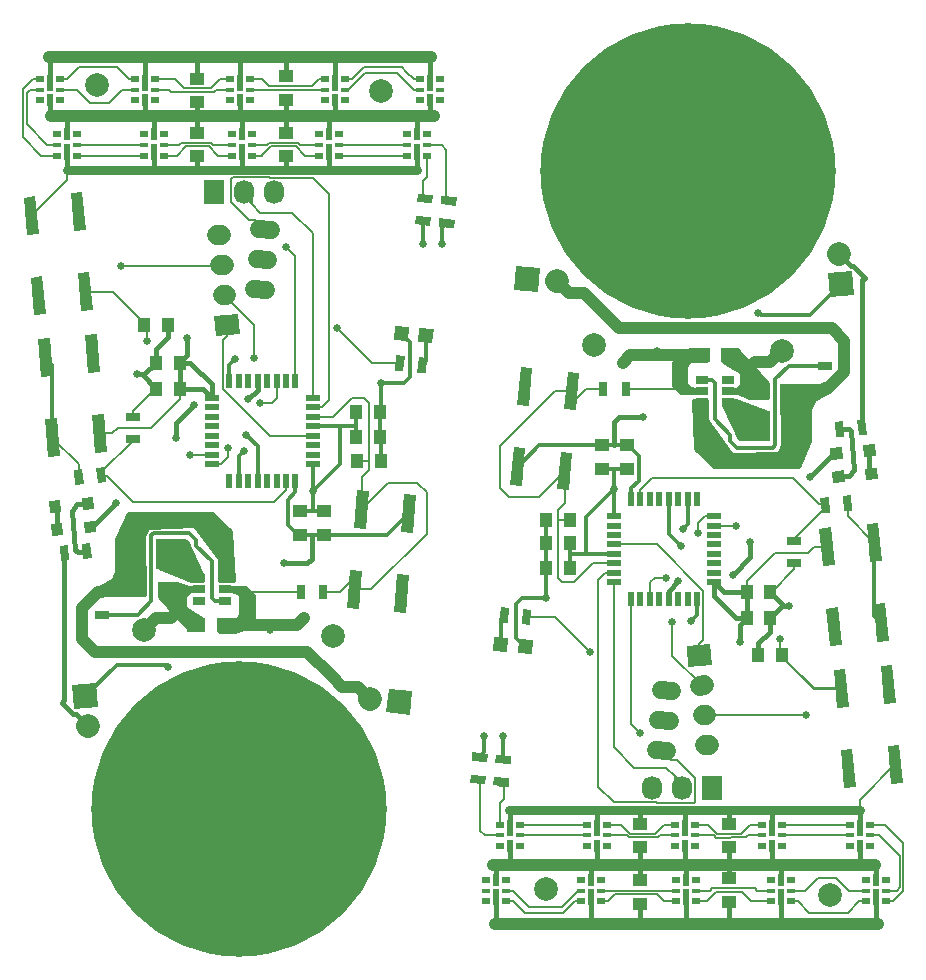
<source format=gtl>
%MOIN*%
%OFA0B0*%
%FSLAX46Y46*%
%IPPOS*%
%LPD*%
%ADD10C,0.0039370078740157488*%
%ADD11R,0.049212598425196853X0.03937007874015748*%
%ADD12C,0.0591*%
%ADD13C,0.07874015748031496*%
%ADD14R,0.03937007874015748X0.049212598425196853*%
%ADD15R,0.059055118110236227X0.049212598425196853*%
%ADD16C,0.08*%
%ADD17R,0.0984251968503937X0.0984251968503937*%
%ADD18C,0.068*%
%ADD19R,0.027559055118110236X0.051181102362204731*%
%ADD20R,0.051181102362204731X0.027559055118110236*%
%ADD21R,0.047244094488188976X0.023622047244094488*%
%ADD22R,0.023622047244094488X0.047244094488188976*%
%ADD23R,0.041732283464566935X0.025590551181102365*%
%ADD24R,0.068X0.08*%
%ADD25O,0.068X0.08*%
%ADD26C,0.984251968503937*%
%ADD27R,0.031496062992125991X0.01968503937007874*%
%ADD28R,0.031496062992125991X0.011811023622047244*%
%ADD29R,0.01968503937007874X0.03937007874015748*%
%ADD30R,0.01968503937007874X0.05826771653543307*%
%ADD31C,0.02677165354330709*%
%ADD32C,0.03125*%
%ADD33C,0.015748031496062995*%
%ADD34C,0.04*%
%ADD35C,0.006000000000000001*%
%ADD36C,0.012000000000000002*%
%ADD37C,0.01*%
%ADD48C,0.0039370078740157488*%
%ADD49R,0.049212598425196853X0.03937007874015748*%
%ADD50C,0.0591*%
%ADD51C,0.07874015748031496*%
%ADD52R,0.03937007874015748X0.049212598425196853*%
%ADD53R,0.059055118110236227X0.049212598425196853*%
%ADD54C,0.08*%
%ADD55R,0.0984251968503937X0.0984251968503937*%
%ADD56C,0.068*%
%ADD57R,0.027559055118110236X0.051181102362204731*%
%ADD58R,0.051181102362204731X0.027559055118110236*%
%ADD59R,0.047244094488188976X0.023622047244094488*%
%ADD60R,0.023622047244094488X0.047244094488188976*%
%ADD61R,0.041732283464566935X0.025590551181102365*%
%ADD62R,0.068X0.08*%
%ADD63O,0.068X0.08*%
%ADD64C,0.984251968503937*%
%ADD65R,0.031496062992125991X0.01968503937007874*%
%ADD66R,0.031496062992125991X0.011811023622047244*%
%ADD67R,0.01968503937007874X0.03937007874015748*%
%ADD68R,0.01968503937007874X0.05826771653543307*%
%ADD69C,0.02677165354330709*%
%ADD70C,0.03125*%
%ADD71C,0.015748031496062995*%
%ADD72C,0.04*%
%ADD73C,0.006000000000000001*%
%ADD74C,0.012000000000000002*%
%ADD75C,0.01*%
G01*
D10*
D11*
X-0000708661Y0006181102D02*
X0002435039Y0002039370D03*
X0002435039Y0002118110D03*
D12*
X0002578630Y0001197880D02*
X0002539479Y0001201305D01*
X0002569914Y0001098260D02*
X0002530764Y0001101686D01*
X0002587345Y0001297500D02*
X0002548195Y0001300925D01*
D13*
X0002952918Y0002433577D03*
X0003111806Y0000617482D03*
D14*
X0002952755Y0001417322D03*
X0002874015Y0001417322D03*
X0002244094Y0001870078D03*
X0002165354Y0001870078D03*
X0002246062Y0001708661D03*
X0002167322Y0001708661D03*
D11*
X0002352362Y0002039370D03*
X0002352362Y0002118110D03*
D14*
X0002246062Y0001791338D03*
X0002167322Y0001791338D03*
D15*
X0002974409Y0002299212D03*
X0002875984Y0002299212D03*
X0002681102Y0002417322D03*
X0002779527Y0002417322D03*
D10*
G36*
X0001988576Y0001432398D02*
X0001992690Y0001479419D01*
X0002039710Y0001475305D01*
X0002035597Y0001428285D01*
X0001988576Y0001432398D01*
X0001988576Y0001432398D01*
G37*
G36*
X0002070862Y0001425199D02*
X0002074976Y0001472220D01*
X0002121996Y0001468106D01*
X0002117882Y0001421085D01*
X0002070862Y0001425199D01*
X0002070862Y0001425199D01*
G37*
G36*
X0003261586Y0002122024D02*
X0003265018Y0002082804D01*
X0003225797Y0002079373D01*
X0003222366Y0002118593D01*
X0003261586Y0002122024D01*
X0003261586Y0002122024D01*
G37*
G36*
X0003151769Y0002112417D02*
X0003155201Y0002073196D01*
X0003115981Y0002069765D01*
X0003112549Y0002108985D01*
X0003151769Y0002112417D01*
X0003151769Y0002112417D01*
G37*
G36*
X0003122843Y0001991325D02*
X0003119412Y0002030545D01*
X0003158632Y0002033976D01*
X0003162063Y0001994756D01*
X0003122843Y0001991325D01*
X0003122843Y0001991325D01*
G37*
G36*
X0003232660Y0002000932D02*
X0003229229Y0002040152D01*
X0003268449Y0002043584D01*
X0003271880Y0002004364D01*
X0003232660Y0002000932D01*
X0003232660Y0002000932D01*
G37*
G36*
X0002059028Y0002636866D02*
X0002066000Y0002716562D01*
X0002145696Y0002709589D01*
X0002138723Y0002629894D01*
X0002059028Y0002636866D01*
X0002059028Y0002636866D01*
G37*
D16*
X0002201981Y0002664512D02*
X0002201981Y0002664512D01*
D17*
X0003000000Y0002181102D03*
X0002862204Y0002181102D03*
D10*
G36*
X0002714049Y0001454679D02*
X0002719976Y0001386938D01*
X0002640280Y0001379965D01*
X0002634354Y0001447707D01*
X0002714049Y0001454679D01*
X0002714049Y0001454679D01*
G37*
D18*
X0002691858Y0001318226D02*
X0002679903Y0001317180D01*
X0002700573Y0001218606D02*
X0002688619Y0001217560D01*
X0002709289Y0001118987D02*
X0002697334Y0001117941D01*
D10*
G36*
X0003113244Y0002612571D02*
X0003106272Y0002692267D01*
X0003185967Y0002699239D01*
X0003192940Y0002619543D01*
X0003113244Y0002612571D01*
X0003113244Y0002612571D01*
G37*
D16*
X0003140890Y0002755525D02*
X0003140890Y0002755525D01*
D10*
G36*
X0003182614Y0001951213D02*
X0003187074Y0001900227D01*
X0003159620Y0001897825D01*
X0003155160Y0001948811D01*
X0003182614Y0001951213D01*
X0003182614Y0001951213D01*
G37*
G36*
X0003108095Y0001944694D02*
X0003112556Y0001893707D01*
X0003085102Y0001891305D01*
X0003080641Y0001942292D01*
X0003108095Y0001944694D01*
X0003108095Y0001944694D01*
G37*
D19*
X0002356299Y0002307086D03*
X0002431102Y0002307086D03*
D10*
G36*
X0002010696Y0001527819D02*
X0002015157Y0001578806D01*
X0002042611Y0001576404D01*
X0002038150Y0001525417D01*
X0002010696Y0001527819D01*
X0002010696Y0001527819D01*
G37*
G36*
X0002085214Y0001521300D02*
X0002089675Y0001572286D01*
X0002117129Y0001569884D01*
X0002112668Y0001518898D01*
X0002085214Y0001521300D01*
X0002085214Y0001521300D01*
G37*
G36*
X0003230677Y0002204289D02*
X0003235137Y0002153303D01*
X0003207683Y0002150901D01*
X0003203223Y0002201887D01*
X0003230677Y0002204289D01*
X0003230677Y0002204289D01*
G37*
G36*
X0003156158Y0002197770D02*
X0003160619Y0002146783D01*
X0003133165Y0002144381D01*
X0003128704Y0002195368D01*
X0003156158Y0002197770D01*
X0003156158Y0002197770D01*
G37*
D20*
X0003094488Y0002309055D03*
X0003094488Y0002383858D03*
D21*
X0002391732Y0001881889D03*
X0002391732Y0001850393D03*
X0002391732Y0001818897D03*
X0002391732Y0001787401D03*
X0002391732Y0001755905D03*
X0002391732Y0001724409D03*
X0002391732Y0001692913D03*
X0002391732Y0001661417D03*
D22*
X0002448818Y0001604330D03*
X0002480314Y0001604330D03*
X0002511811Y0001604330D03*
X0002543307Y0001604330D03*
X0002574803Y0001604330D03*
X0002606299Y0001604330D03*
X0002637795Y0001604330D03*
X0002669291Y0001604330D03*
D21*
X0002726377Y0001661417D03*
X0002726377Y0001692913D03*
X0002726377Y0001724409D03*
X0002726377Y0001755905D03*
X0002726377Y0001787401D03*
X0002726377Y0001818897D03*
X0002726377Y0001850393D03*
X0002726377Y0001881889D03*
D22*
X0002669291Y0001938976D03*
X0002637795Y0001938976D03*
X0002606299Y0001938976D03*
X0002574803Y0001938976D03*
X0002543307Y0001938976D03*
X0002511811Y0001938976D03*
X0002480314Y0001938976D03*
X0002448818Y0001938976D03*
D23*
X0002771653Y0002261811D03*
X0002771653Y0002299212D03*
X0002771653Y0002336614D03*
X0002685039Y0002336614D03*
X0002685039Y0002261811D03*
X0002685039Y0002299212D03*
D24*
X0002719685Y0000976377D03*
D25*
X0002619685Y0000976377D03*
X0002519685Y0000976377D03*
D14*
X0002834645Y0001629921D03*
X0002913385Y0001629921D03*
X0002834645Y0001543307D03*
X0002913385Y0001543307D03*
D11*
X0002480314Y0000667322D03*
X0002480314Y0000588582D03*
X0002775590Y0000675196D03*
X0002775590Y0000596456D03*
X0002480314Y0000777559D03*
X0002480314Y0000856299D03*
D20*
X0002992125Y0001799212D03*
X0002992125Y0001724409D03*
D13*
X0002165354Y0000637288D03*
X0002324242Y0002453383D03*
D26*
X0002637795Y0003031496D03*
D10*
G36*
X0002041394Y0000980390D02*
X0001990408Y0000984850D01*
X0001992810Y0001012305D01*
X0002043796Y0001007844D01*
X0002041394Y0000980390D01*
X0002041394Y0000980390D01*
G37*
G36*
X0002047914Y0001054908D02*
X0001996927Y0001059369D01*
X0001999329Y0001086823D01*
X0002050316Y0001082362D01*
X0002047914Y0001054908D01*
X0002047914Y0001054908D01*
G37*
G36*
X0001962654Y0000988264D02*
X0001911668Y0000992724D01*
X0001914070Y0001020179D01*
X0001965056Y0001015718D01*
X0001962654Y0000988264D01*
X0001962654Y0000988264D01*
G37*
G36*
X0001969174Y0001062782D02*
X0001918187Y0001067243D01*
X0001920589Y0001094697D01*
X0001971575Y0001090236D01*
X0001969174Y0001062782D01*
X0001969174Y0001062782D01*
G37*
G36*
X0003304720Y0001115150D02*
X0003343940Y0001118582D01*
X0003354920Y0000993077D01*
X0003315700Y0000989646D01*
X0003304720Y0001115150D01*
X0003304720Y0001115150D01*
G37*
G36*
X0003281387Y0001381848D02*
X0003320607Y0001385279D01*
X0003331587Y0001259775D01*
X0003292367Y0001256343D01*
X0003281387Y0001381848D01*
X0003281387Y0001381848D01*
G37*
G36*
X0003124506Y0001368123D02*
X0003163726Y0001371554D01*
X0003174706Y0001246049D01*
X0003135486Y0001242618D01*
X0003124506Y0001368123D01*
X0003124506Y0001368123D01*
G37*
G36*
X0003147839Y0001101425D02*
X0003187059Y0001104856D01*
X0003198039Y0000979352D01*
X0003158819Y0000975920D01*
X0003147839Y0001101425D01*
X0003147839Y0001101425D01*
G37*
G36*
X0003127462Y0001718490D02*
X0003088242Y0001715059D01*
X0003077261Y0001840564D01*
X0003116482Y0001843995D01*
X0003127462Y0001718490D01*
X0003127462Y0001718490D01*
G37*
G36*
X0003150795Y0001451792D02*
X0003111575Y0001448361D01*
X0003100594Y0001573866D01*
X0003139815Y0001577297D01*
X0003150795Y0001451792D01*
X0003150795Y0001451792D01*
G37*
G36*
X0003307676Y0001465518D02*
X0003268456Y0001462087D01*
X0003257476Y0001587591D01*
X0003296696Y0001591023D01*
X0003307676Y0001465518D01*
X0003307676Y0001465518D01*
G37*
G36*
X0003284343Y0001732216D02*
X0003245123Y0001728784D01*
X0003234142Y0001854289D01*
X0003273363Y0001857720D01*
X0003284343Y0001732216D01*
X0003284343Y0001732216D01*
G37*
G36*
X0002214515Y0002096982D02*
X0002253735Y0002093551D01*
X0002242755Y0001968046D01*
X0002203535Y0001971478D01*
X0002214515Y0002096982D01*
X0002214515Y0002096982D01*
G37*
G36*
X0002237848Y0002363680D02*
X0002277068Y0002360249D01*
X0002266088Y0002234744D01*
X0002226868Y0002238175D01*
X0002237848Y0002363680D01*
X0002237848Y0002363680D01*
G37*
G36*
X0002080967Y0002377405D02*
X0002120187Y0002373974D01*
X0002109207Y0002248469D01*
X0002069987Y0002251901D01*
X0002080967Y0002377405D01*
X0002080967Y0002377405D01*
G37*
G36*
X0002057634Y0002110708D02*
X0002096854Y0002107276D01*
X0002085874Y0001981772D01*
X0002046654Y0001985203D01*
X0002057634Y0002110708D01*
X0002057634Y0002110708D01*
G37*
D27*
X0002594531Y0000782283D03*
D28*
X0002594531Y0000817716D03*
X0002661461Y0000817716D03*
D27*
X0002594531Y0000853149D03*
X0002661461Y0000853149D03*
X0002661461Y0000782283D03*
D29*
X0002627996Y0000782283D03*
D30*
X0002627996Y0000840944D03*
D27*
X0002033464Y0000669291D03*
D28*
X0002033464Y0000633858D03*
X0001966535Y0000633858D03*
D27*
X0002033464Y0000598425D03*
X0001966535Y0000598425D03*
X0001966535Y0000669291D03*
D29*
X0002000000Y0000669291D03*
D30*
X0002000000Y0000610629D03*
D27*
X0003177646Y0000782283D03*
D28*
X0003177646Y0000817716D03*
X0003244575Y0000817716D03*
D27*
X0003177646Y0000853149D03*
X0003244575Y0000853149D03*
X0003244575Y0000782283D03*
D29*
X0003211111Y0000782283D03*
D30*
X0003211111Y0000840944D03*
D27*
X0002349901Y0000669291D03*
D28*
X0002349901Y0000633858D03*
X0002282972Y0000633858D03*
D27*
X0002349901Y0000598425D03*
X0002282972Y0000598425D03*
X0002282972Y0000669291D03*
D29*
X0002316437Y0000669291D03*
D30*
X0002316437Y0000610629D03*
D27*
X0002886089Y0000782283D03*
D28*
X0002886089Y0000817716D03*
X0002953018Y0000817716D03*
D27*
X0002886089Y0000853149D03*
X0002953018Y0000853149D03*
X0002953018Y0000782283D03*
D29*
X0002919553Y0000782283D03*
D30*
X0002919553Y0000840944D03*
D27*
X0002666338Y0000669291D03*
D28*
X0002666338Y0000633858D03*
X0002599409Y0000633858D03*
D27*
X0002666338Y0000598425D03*
X0002599409Y0000598425D03*
X0002599409Y0000669291D03*
D29*
X0002632874Y0000669291D03*
D30*
X0002632874Y0000610629D03*
D27*
X0002982775Y0000669291D03*
D28*
X0002982775Y0000633858D03*
X0002915846Y0000633858D03*
D27*
X0002982775Y0000598425D03*
X0002915846Y0000598425D03*
X0002915846Y0000669291D03*
D29*
X0002949311Y0000669291D03*
D30*
X0002949311Y0000610629D03*
D27*
X0002302974Y0000782283D03*
D28*
X0002302974Y0000817716D03*
X0002369903Y0000817716D03*
D27*
X0002302974Y0000853149D03*
X0002369903Y0000853149D03*
X0002369903Y0000782283D03*
D29*
X0002336439Y0000782283D03*
D30*
X0002336439Y0000840944D03*
D27*
X0003299212Y0000669291D03*
D28*
X0003299212Y0000633858D03*
X0003232283Y0000633858D03*
D27*
X0003299212Y0000598425D03*
X0003232283Y0000598425D03*
X0003232283Y0000669291D03*
D29*
X0003265748Y0000669291D03*
D30*
X0003265748Y0000610629D03*
D27*
X0002011417Y0000782283D03*
D28*
X0002011417Y0000817716D03*
X0002078346Y0000817716D03*
D27*
X0002011417Y0000853149D03*
X0002078346Y0000853149D03*
X0002078346Y0000782283D03*
D29*
X0002044881Y0000782283D03*
D30*
X0002044881Y0000840944D03*
D11*
X0002775590Y0000777559D03*
X0002775590Y0000856299D03*
D31*
X0003181102Y0000523622D03*
X0002988188Y0000901574D03*
X0002165354Y0001610236D03*
X0002649606Y0001531496D03*
X0002488188Y0002212598D03*
X0002976377Y0001582677D03*
X0002944881Y0001472440D03*
X0002811023Y0001460629D03*
X0002391732Y0001972440D03*
X0002421259Y0002393700D03*
X0002456692Y0000720472D03*
X0002535433Y0002433070D03*
X0002874015Y0002559055D03*
X0002606299Y0001665354D03*
X0002787401Y0001685039D03*
X0002846456Y0001795275D03*
X0003047244Y0002011810D03*
X0002673228Y0001826771D03*
X0002586614Y0001527559D03*
X0003031496Y0001220472D03*
X0002799212Y0001850393D03*
X0002566929Y0001677165D03*
X0002311023Y0001429133D03*
X0002023622Y0001149606D03*
X0002614173Y0001783464D03*
X0001960629Y0001149606D03*
X0002622047Y0001838582D03*
X0002480314Y0001157480D03*
D32*
X0002921259Y0000901574D02*
X0002775590Y0000901574D01*
X0002775590Y0000901574D02*
X0002625984Y0000901574D01*
D33*
X0002775590Y0000856299D02*
X0002775590Y0000901574D01*
D34*
X0002629921Y0000523622D02*
X0002480314Y0000523622D01*
X0002480314Y0000523622D02*
X0002314960Y0000523622D01*
D33*
X0002480314Y0000588582D02*
X0002480314Y0000553149D01*
X0002480314Y0000553149D02*
X0002480314Y0000523622D01*
D34*
X0002948818Y0000523622D02*
X0002771653Y0000523622D01*
X0002771653Y0000523622D02*
X0002629921Y0000523622D01*
D33*
X0002775590Y0000596456D02*
X0002775590Y0000527559D01*
X0002775590Y0000527559D02*
X0002771653Y0000523622D01*
D32*
X0002625984Y0000901574D02*
X0002482283Y0000901574D01*
X0002482283Y0000901574D02*
X0002338582Y0000901574D01*
D33*
X0002480314Y0000856299D02*
X0002480314Y0000899606D01*
X0002480314Y0000899606D02*
X0002482283Y0000901574D01*
X0003271653Y0000523622D02*
X0003265748Y0000529527D01*
X0003265748Y0000529527D02*
X0003265748Y0000610629D01*
D34*
X0003200032Y0000523622D02*
X0003271653Y0000523622D01*
X0003181102Y0000523622D02*
X0003200032Y0000523622D01*
X0002314960Y0000523622D02*
X0001996062Y0000523622D01*
D33*
X0002314960Y0000523622D02*
X0002316437Y0000525098D01*
X0002316437Y0000525098D02*
X0002316437Y0000610629D01*
X0002629921Y0000523622D02*
X0002632874Y0000526574D01*
X0002632874Y0000526574D02*
X0002632874Y0000610629D01*
D34*
X0003181102Y0000523622D02*
X0002948818Y0000523622D01*
D33*
X0002949311Y0000610629D02*
X0002949311Y0000565748D01*
X0002949311Y0000565748D02*
X0002948818Y0000565255D01*
X0002948818Y0000565255D02*
X0002948818Y0000523622D01*
X0001996062Y0000523622D02*
X0002000000Y0000527559D01*
X0002000000Y0000527559D02*
X0002000000Y0000610629D01*
D32*
X0003211111Y0000901574D02*
X0002988188Y0000901574D01*
X0002988188Y0000901574D02*
X0002921259Y0000901574D01*
D33*
X0003211111Y0000901574D02*
X0003211111Y0000840944D01*
X0002919553Y0000899868D02*
X0002919553Y0000840944D01*
X0002921259Y0000901574D02*
X0002919553Y0000899868D01*
X0002625984Y0000901574D02*
X0002627996Y0000899562D01*
X0002627996Y0000899562D02*
X0002627996Y0000840944D01*
D32*
X0002338582Y0000901574D02*
X0002043307Y0000901574D01*
D33*
X0002338582Y0000901574D02*
X0002336439Y0000899431D01*
X0002336439Y0000899431D02*
X0002336439Y0000840944D01*
X0002043307Y0000901574D02*
X0002044881Y0000900000D01*
X0002044881Y0000900000D02*
X0002044881Y0000840944D01*
D35*
X0003211111Y0000935404D02*
X0003211111Y0000901574D01*
X0003329820Y0001054114D02*
X0003211111Y0000935404D01*
D36*
X0002649606Y0001531496D02*
X0002669291Y0001551181D01*
X0002669291Y0001551181D02*
X0002669291Y0001604330D01*
X0002165354Y0001870078D02*
X0002165354Y0001793307D01*
X0002165354Y0001793307D02*
X0002167322Y0001791338D01*
D33*
X0003228346Y0002676482D02*
X0003219180Y0002667316D01*
X0003219180Y0002667316D02*
X0003219180Y0002177595D01*
X0003140890Y0002755525D02*
X0003180890Y0002715525D01*
X0003189303Y0002715525D02*
X0003228346Y0002676482D01*
X0003180890Y0002715525D02*
X0003189303Y0002715525D01*
D36*
X0002066929Y0001590551D02*
X0002086614Y0001610236D01*
X0002086614Y0001610236D02*
X0002165354Y0001610236D01*
X0002066929Y0001476153D02*
X0002066929Y0001590551D01*
X0002096429Y0001446652D02*
X0002066929Y0001476153D01*
X0002167322Y0001708661D02*
X0002167322Y0001791338D01*
X0002165354Y0001610236D02*
X0002165354Y0001706692D01*
X0002165354Y0001706692D02*
X0002167322Y0001708661D01*
D35*
X0002992125Y0001724409D02*
X0002992125Y0001704629D01*
X0002992125Y0001704629D02*
X0002917417Y0001629921D01*
X0002917417Y0001629921D02*
X0002913385Y0001629921D01*
D36*
X0002143624Y0002118110D02*
X0002352362Y0002118110D01*
X0002143624Y0002118110D02*
X0002071754Y0002046240D01*
X0002352362Y0002118110D02*
X0002393700Y0002118110D01*
X0002393700Y0002118110D02*
X0002435039Y0002118110D01*
D33*
X0002488188Y0002212598D02*
X0002409448Y0002212598D01*
X0002409448Y0002212598D02*
X0002393700Y0002196850D01*
X0002393700Y0002196850D02*
X0002393700Y0002118110D01*
D36*
X0002474220Y0002000000D02*
X0002474220Y0002083850D01*
X0002474220Y0002083850D02*
X0002439960Y0002118110D01*
X0002439960Y0002118110D02*
X0002435039Y0002118110D01*
X0002448818Y0001938976D02*
X0002448818Y0001974598D01*
X0002448818Y0001974598D02*
X0002474220Y0002000000D01*
D33*
X0002874015Y0001417322D02*
X0002874015Y0001457677D01*
X0002874015Y0001457677D02*
X0002913385Y0001497047D01*
X0002913385Y0001497047D02*
X0002913385Y0001543307D01*
X0002976377Y0001582677D02*
X0002960629Y0001582677D01*
X0002960629Y0001582677D02*
X0002913385Y0001629921D01*
X0002976377Y0001582677D02*
X0002952755Y0001582677D01*
X0002952755Y0001582677D02*
X0002913385Y0001543307D01*
D34*
X0002842519Y0002374015D02*
X0002841125Y0002375409D01*
X0002841125Y0002375409D02*
X0002821440Y0002375409D01*
X0002821440Y0002375409D02*
X0002779527Y0002417322D01*
X0002862711Y0002394207D02*
X0002842519Y0002374015D01*
X0002952918Y0002433577D02*
X0002913548Y0002394207D01*
X0002913548Y0002394207D02*
X0002862711Y0002394207D01*
D35*
X0003149606Y0001307086D02*
X0003058070Y0001307086D01*
X0003058070Y0001307086D02*
X0002952755Y0001412401D01*
X0002952755Y0001412401D02*
X0002952755Y0001417322D01*
X0002944881Y0001472440D02*
X0002944881Y0001425196D01*
X0002944881Y0001425196D02*
X0002952755Y0001417322D01*
X0002535433Y0001787401D02*
X0002690102Y0001632732D01*
X0002690102Y0001632732D02*
X0002690102Y0001468326D01*
X0002690102Y0001468326D02*
X0002677165Y0001455389D01*
X0002677165Y0001455389D02*
X0002677165Y0001417322D01*
X0002391732Y0001787401D02*
X0002535433Y0001787401D01*
X0003150205Y0001307588D02*
X0003057568Y0001307588D01*
X0003057568Y0001307588D02*
X0002952755Y0001412401D01*
X0002043307Y0001944881D02*
X0002141002Y0001944881D01*
X0002141002Y0001944881D02*
X0002228635Y0002032514D01*
X0002011810Y0001976377D02*
X0002043307Y0001944881D01*
X0002011810Y0002114173D02*
X0002011810Y0001976377D01*
X0002196850Y0002299212D02*
X0002011810Y0002114173D01*
X0002251968Y0002299212D02*
X0002196850Y0002299212D01*
X0002204724Y0001902063D02*
X0002204724Y0001870078D01*
X0002204724Y0001870078D02*
X0002204724Y0001850393D01*
X0002244094Y0001870078D02*
X0002218409Y0001870078D01*
X0002218409Y0001870078D02*
X0002204724Y0001870078D01*
X0002204724Y0001850393D02*
X0002204724Y0001677165D01*
X0002251968Y0002259842D02*
X0002267716Y0002275590D01*
X0002299212Y0002307086D02*
X0002267716Y0002275590D01*
X0002356299Y0002307086D02*
X0002299212Y0002307086D01*
X0002228635Y0001993144D02*
X0002228635Y0001925975D01*
X0002228635Y0001925975D02*
X0002204724Y0001902063D01*
X0002220472Y0001661417D02*
X0002259310Y0001661417D01*
X0002259310Y0001661417D02*
X0002322302Y0001724409D01*
X0002204724Y0001677165D02*
X0002220472Y0001661417D01*
X0002322302Y0001724409D02*
X0002391732Y0001724409D01*
D36*
X0002299212Y0001755905D02*
X0002391732Y0001755905D01*
X0002253937Y0001755905D02*
X0002299212Y0001755905D01*
X0002299212Y0001755905D02*
X0002299212Y0001879921D01*
X0002299212Y0001879921D02*
X0002391732Y0001972440D01*
X0002391732Y0001881889D02*
X0002391732Y0001972440D01*
D33*
X0002775590Y0000777559D02*
X0002775590Y0000724409D01*
X0002775590Y0000724409D02*
X0002771653Y0000720472D01*
D34*
X0001988188Y0000720472D02*
X0002771653Y0000720472D01*
X0002771653Y0000720472D02*
X0003263779Y0000720472D01*
D33*
X0002775590Y0000675196D02*
X0002775590Y0000716535D01*
X0002775590Y0000716535D02*
X0002771653Y0000720472D01*
X0002480314Y0000667322D02*
X0002480314Y0000718503D01*
X0002480314Y0000718503D02*
X0002478346Y0000720472D01*
D32*
X0002456692Y0000720472D02*
X0002478346Y0000720472D01*
D33*
X0002480314Y0000777559D02*
X0002480314Y0000722440D01*
D32*
X0002478346Y0000720472D02*
X0002637795Y0000720472D01*
D33*
X0002480314Y0000722440D02*
X0002478346Y0000720472D01*
X0002000000Y0000669291D02*
X0002000000Y0000708661D01*
X0002000000Y0000708661D02*
X0001988188Y0000720472D01*
D34*
X0002334645Y0000720472D02*
X0002043307Y0000720472D01*
X0002043307Y0000720472D02*
X0001988188Y0000720472D01*
D33*
X0002044881Y0000782283D02*
X0002044881Y0000722047D01*
X0002044881Y0000722047D02*
X0002043307Y0000720472D01*
X0002316437Y0000669291D02*
X0002316437Y0000704724D01*
X0002316437Y0000704724D02*
X0002332185Y0000720472D01*
X0002332185Y0000720472D02*
X0002334645Y0000720472D01*
D34*
X0002366216Y0000720472D02*
X0002334645Y0000720472D01*
D33*
X0002336439Y0000782283D02*
X0002336439Y0000722265D01*
X0002336439Y0000722265D02*
X0002334645Y0000720472D01*
X0002632874Y0000669291D02*
X0002632874Y0000715551D01*
X0002632874Y0000715551D02*
X0002637795Y0000720472D01*
D32*
X0002921259Y0000720472D02*
X0002944881Y0000720472D01*
X0002944881Y0000720472D02*
X0003208661Y0000720472D01*
D33*
X0002949311Y0000669291D02*
X0002949311Y0000716043D01*
X0002949311Y0000716043D02*
X0002944881Y0000720472D01*
X0003265748Y0000669291D02*
X0003265748Y0000718503D01*
X0003265748Y0000718503D02*
X0003263779Y0000720472D01*
D32*
X0003208661Y0000720472D02*
X0003263779Y0000720472D01*
D33*
X0003211111Y0000782283D02*
X0003211111Y0000722922D01*
X0003211111Y0000722922D02*
X0003208661Y0000720472D01*
D32*
X0002637795Y0000720472D02*
X0002921259Y0000720472D01*
D33*
X0002919553Y0000782283D02*
X0002919553Y0000722178D01*
X0002919553Y0000722178D02*
X0002921259Y0000720472D01*
X0002627996Y0000782283D02*
X0002627996Y0000730271D01*
X0002627996Y0000730271D02*
X0002637795Y0000720472D01*
D32*
X0002366216Y0000720472D02*
X0002456692Y0000720472D01*
D33*
X0002834645Y0001543307D02*
X0002834645Y0001629921D01*
X0002811023Y0001460629D02*
X0002811023Y0001519685D01*
X0002811023Y0001519685D02*
X0002834645Y0001543307D01*
D36*
X0002391732Y0002037401D02*
X0002391732Y0001972440D01*
D34*
X0002681102Y0002417322D02*
X0002444881Y0002417322D01*
X0002444881Y0002417322D02*
X0002421259Y0002393700D01*
D35*
X0002834645Y0001629921D02*
X0002834645Y0001665354D01*
X0002834645Y0001665354D02*
X0002929133Y0001759842D01*
X0003039370Y0001759842D02*
X0003059055Y0001779527D01*
X0002929133Y0001759842D02*
X0003039370Y0001759842D01*
X0003059055Y0001779527D02*
X0003102362Y0001779527D01*
D36*
X0002535433Y0002433070D02*
X0002551181Y0002417322D01*
X0002551181Y0002417322D02*
X0002681102Y0002417322D01*
X0003044881Y0002551181D02*
X0002881889Y0002551181D01*
X0002881889Y0002551181D02*
X0002874015Y0002559055D01*
X0003149606Y0002655905D02*
X0003044881Y0002551181D01*
D35*
X0002431102Y0002307086D02*
X0002677165Y0002307086D01*
X0002677165Y0002307086D02*
X0002685039Y0002299212D01*
D36*
X0002393700Y0002039370D02*
X0002435039Y0002039370D01*
X0002352362Y0002039370D02*
X0002393700Y0002039370D01*
X0002393700Y0002039370D02*
X0002391732Y0002037401D01*
X0002246062Y0001748031D02*
X0002246062Y0001708661D01*
X0002246062Y0001791338D02*
X0002246062Y0001748031D01*
X0002246062Y0001748031D02*
X0002253937Y0001755905D01*
D33*
X0002834645Y0001543307D02*
X0002799212Y0001543307D01*
X0002799212Y0001543307D02*
X0002726377Y0001616141D01*
X0002726377Y0001616141D02*
X0002726377Y0001661417D01*
X0002834645Y0001629921D02*
X0002757874Y0001629921D01*
X0002757874Y0001629921D02*
X0002726377Y0001661417D01*
D34*
X0002201981Y0002664512D02*
X0002241981Y0002624512D01*
X0002241981Y0002624512D02*
X0002292810Y0002624512D01*
X0002292810Y0002624512D02*
X0002328243Y0002589079D01*
X0002409448Y0002507874D02*
X0003118110Y0002507874D01*
X0003160078Y0002362834D02*
X0003106299Y0002309055D01*
X0003118110Y0002507874D02*
X0003160078Y0002465905D01*
X0003160078Y0002465905D02*
X0003160078Y0002362834D01*
X0003106299Y0002309055D02*
X0003094488Y0002309055D01*
X0002328243Y0002589079D02*
X0002409448Y0002507874D01*
D36*
X0002014143Y0001453852D02*
X0002014143Y0001539602D01*
X0002014143Y0001539602D02*
X0002026653Y0001552112D01*
D33*
X0003243692Y0002100699D02*
X0003243692Y0002029121D01*
X0003243692Y0002029121D02*
X0003250554Y0002022258D01*
X0002606299Y0001665354D02*
X0002574803Y0001633858D01*
X0002574803Y0001633858D02*
X0002574803Y0001604330D01*
X0002846456Y0001795275D02*
X0002846456Y0001744094D01*
X0002846456Y0001744094D02*
X0002787401Y0001685039D01*
X0003133875Y0002091091D02*
X0003126524Y0002091091D01*
X0003126524Y0002091091D02*
X0003047244Y0002011810D01*
X0003182607Y0002166491D02*
X0003193930Y0002037064D01*
X0003193930Y0002037064D02*
X0003176036Y0002015739D01*
X0003144661Y0002171076D02*
X0003174077Y0002173649D01*
X0003174077Y0002173649D02*
X0003182607Y0002166491D01*
X0003140738Y0002012650D02*
X0003176036Y0002015739D01*
D35*
X0002673228Y0001826771D02*
X0002673228Y0001858362D01*
X0002673228Y0001858362D02*
X0002696755Y0001881889D01*
X0002696755Y0001881889D02*
X0002726377Y0001881889D01*
X0002685880Y0001317703D02*
X0002586614Y0001416970D01*
X0002586614Y0001416970D02*
X0002586614Y0001527559D01*
X0003031496Y0001220472D02*
X0002696985Y0001220472D01*
X0002696985Y0001220472D02*
X0002694596Y0001218083D01*
X0002726377Y0001850393D02*
X0002799212Y0001850393D01*
X0002527559Y0001677165D02*
X0002511811Y0001661417D01*
X0002511811Y0001661417D02*
X0002511811Y0001604330D01*
X0002566929Y0001677165D02*
X0002527559Y0001677165D01*
X0002101172Y0001545592D02*
X0002194564Y0001545592D01*
X0002194564Y0001545592D02*
X0002311023Y0001429133D01*
X0002024687Y0000938073D02*
X0002011417Y0000924803D01*
X0002011417Y0000924803D02*
X0002011417Y0000853149D01*
X0002024687Y0000989500D02*
X0002024687Y0000938073D01*
D33*
X0002024687Y0000989500D02*
X0002012921Y0000990529D01*
D36*
X0002023622Y0001149606D02*
X0002023622Y0001070866D01*
X0002574803Y0001938976D02*
X0002574803Y0001822834D01*
X0002574803Y0001822834D02*
X0002614173Y0001783464D01*
D35*
X0001946247Y0000833280D02*
X0001961811Y0000817716D01*
X0001961811Y0000817716D02*
X0002011417Y0000817716D01*
X0001946247Y0000996362D02*
X0001946247Y0000833280D01*
D36*
X0001960629Y0001149606D02*
X0001960629Y0001094488D01*
X0001960629Y0001094488D02*
X0001944881Y0001078740D01*
X0002637795Y0001938976D02*
X0002637795Y0001854330D01*
X0002637795Y0001854330D02*
X0002622047Y0001838582D01*
X0002685039Y0002336614D02*
X0002718503Y0002336614D01*
X0002779527Y0002153543D02*
X0002779527Y0002133858D01*
X0002803149Y0002110236D02*
X0002921259Y0002110236D01*
X0002718503Y0002336614D02*
X0002728346Y0002326771D01*
X0002779527Y0002133858D02*
X0002803149Y0002110236D01*
X0002728346Y0002326771D02*
X0002728346Y0002204724D01*
X0002728346Y0002204724D02*
X0002779527Y0002153543D01*
X0002921259Y0002110236D02*
X0002929133Y0002118110D01*
X0002929133Y0002118110D02*
X0002929133Y0002338582D01*
X0002929133Y0002338582D02*
X0002974409Y0002383858D01*
X0002974409Y0002383858D02*
X0003094488Y0002383858D01*
D35*
X0002550339Y0001099973D02*
X0002582569Y0001067743D01*
X0002658483Y0000926200D02*
X0002534429Y0000926200D01*
X0002582569Y0001067743D02*
X0002603005Y0001067743D01*
X0002662685Y0000930401D02*
X0002658483Y0000926200D01*
X0002533252Y0000927377D02*
X0002391520Y0000927377D01*
X0002603005Y0001067743D02*
X0002662685Y0001008063D01*
X0002662685Y0001008063D02*
X0002662685Y0000930401D01*
X0002391520Y0000927377D02*
X0002338582Y0000980314D01*
X0002534429Y0000926200D02*
X0002533252Y0000927377D01*
X0002338582Y0000980314D02*
X0002338582Y0001669385D01*
X0002338582Y0001669385D02*
X0002362110Y0001692913D01*
X0002362110Y0001692913D02*
X0002391732Y0001692913D01*
X0002302974Y0000817716D02*
X0002078346Y0000817716D01*
X0002078346Y0000853149D02*
X0002302974Y0000853149D01*
X0003345251Y0000644463D02*
X0003334645Y0000633858D01*
X0003334645Y0000633858D02*
X0003299212Y0000633858D01*
X0003345251Y0000748031D02*
X0003345251Y0000644463D01*
X0003244575Y0000817716D02*
X0003275566Y0000817716D01*
X0003275566Y0000817716D02*
X0003345251Y0000748031D01*
X0003070866Y0000677165D02*
X0003027559Y0000633858D01*
X0003027559Y0000633858D02*
X0002982775Y0000633858D01*
X0003133858Y0000677165D02*
X0003070866Y0000677165D01*
X0003177165Y0000633858D02*
X0003133858Y0000677165D01*
X0003232283Y0000633858D02*
X0003177165Y0000633858D01*
X0003357251Y0000792354D02*
X0003296456Y0000853149D01*
X0003296456Y0000853149D02*
X0003244575Y0000853149D01*
X0003322834Y0000598425D02*
X0003357251Y0000632842D01*
X0003357251Y0000632842D02*
X0003357251Y0000792354D01*
X0003299212Y0000598425D02*
X0003322834Y0000598425D01*
X0003171165Y0000559055D02*
X0003043893Y0000559055D01*
X0003043893Y0000559055D02*
X0003004523Y0000598425D01*
X0003004523Y0000598425D02*
X0002982775Y0000598425D01*
X0003232283Y0000598425D02*
X0003210535Y0000598425D01*
X0003210535Y0000598425D02*
X0003171165Y0000559055D01*
X0002594531Y0000817716D02*
X0002545275Y0000817716D01*
X0002440944Y0000811023D02*
X0002538582Y0000811023D01*
X0002538582Y0000811023D02*
X0002545275Y0000817716D01*
X0002434251Y0000817716D02*
X0002440944Y0000811023D01*
X0002369903Y0000817716D02*
X0002434251Y0000817716D01*
X0002559055Y0000853149D02*
X0002594531Y0000853149D01*
X0002529716Y0000823023D02*
X0002559055Y0000852362D01*
X0002559055Y0000852362D02*
X0002559055Y0000853149D01*
X0002446661Y0000823023D02*
X0002529716Y0000823023D01*
X0002369903Y0000853149D02*
X0002416535Y0000853149D01*
X0002416535Y0000853149D02*
X0002446661Y0000823023D01*
X0002915846Y0000633858D02*
X0002870078Y0000633858D01*
X0002720472Y0000641732D02*
X0002862204Y0000641732D01*
X0002862204Y0000641732D02*
X0002870078Y0000633858D01*
X0002712598Y0000633858D02*
X0002720472Y0000641732D01*
X0002666338Y0000633858D02*
X0002712598Y0000633858D01*
X0002854330Y0000598425D02*
X0002915846Y0000598425D01*
X0002819087Y0000629731D02*
X0002850393Y0000598425D01*
X0002850393Y0000598425D02*
X0002854330Y0000598425D01*
X0002732094Y0000629731D02*
X0002819087Y0000629731D01*
X0002666338Y0000598425D02*
X0002700787Y0000598425D01*
X0002700787Y0000598425D02*
X0002732094Y0000629731D01*
X0002732283Y0000811023D02*
X0002731671Y0000810412D01*
X0002731671Y0000810412D02*
X0002831889Y0000811023D01*
X0002661461Y0000817716D02*
X0002724367Y0000817716D01*
X0002724367Y0000817716D02*
X0002731671Y0000810412D01*
X0002838582Y0000817716D02*
X0002886089Y0000817716D01*
X0002831889Y0000811023D02*
X0002838582Y0000817716D01*
X0002661461Y0000853149D02*
X0002705905Y0000853149D01*
X0002705905Y0000853149D02*
X0002736031Y0000823023D01*
X0002736031Y0000823023D02*
X0002815149Y0000823023D01*
X0002815149Y0000823023D02*
X0002845275Y0000853149D01*
X0002845275Y0000853149D02*
X0002856299Y0000853149D01*
X0002856299Y0000853149D02*
X0002886089Y0000853149D01*
X0002349901Y0000633858D02*
X0002599409Y0000633858D01*
X0002599409Y0000598425D02*
X0002559055Y0000598425D01*
X0002395082Y0000621857D02*
X0002535622Y0000621857D01*
X0002535622Y0000621857D02*
X0002559055Y0000598425D01*
X0002349901Y0000598425D02*
X0002371649Y0000598425D01*
X0002371649Y0000598425D02*
X0002395082Y0000621857D01*
X0002953018Y0000817716D02*
X0003177646Y0000817716D01*
X0002953018Y0000853149D02*
X0003177646Y0000853149D01*
X0002273129Y0000633858D02*
X0002218011Y0000578740D01*
X0002218011Y0000578740D02*
X0002110330Y0000578740D01*
X0002110330Y0000578740D02*
X0002055212Y0000633858D01*
X0002055212Y0000633858D02*
X0002033464Y0000633858D01*
X0002229822Y0000590551D02*
X0002273129Y0000633858D01*
X0002273129Y0000633858D02*
X0002282972Y0000633858D01*
X0002033464Y0000598425D02*
X0002055212Y0000598425D01*
X0002078834Y0000574803D02*
X0002078834Y0000574708D01*
X0002055212Y0000598425D02*
X0002078834Y0000574803D01*
X0002078834Y0000574708D02*
X0002094488Y0000559055D01*
X0002094488Y0000559055D02*
X0002221854Y0000559055D01*
X0002221854Y0000559055D02*
X0002261224Y0000598425D01*
X0002261224Y0000598425D02*
X0002282972Y0000598425D01*
D36*
X0003259243Y0001793252D02*
X0003259243Y0001549888D01*
X0003259243Y0001549888D02*
X0003282576Y0001526555D01*
D35*
X0003171259Y0001921259D02*
X0003171259Y0001881236D01*
X0003171259Y0001881236D02*
X0003259243Y0001793252D01*
X0002594488Y0001015448D02*
X0002619685Y0000990251D01*
X0002566629Y0001043307D02*
X0002594488Y0001015448D01*
X0002594488Y0001015448D02*
X0002594488Y0001001574D01*
X0002594488Y0001001574D02*
X0002619685Y0000976377D01*
X0002391732Y0001661417D02*
X0002391732Y0001112204D01*
X0002391732Y0001112204D02*
X0002460629Y0001043307D01*
X0002460629Y0001043307D02*
X0002566629Y0001043307D01*
X0002619685Y0000990251D02*
X0002619685Y0000984251D01*
X0002448818Y0001531496D02*
X0002448818Y0001188976D01*
X0002448818Y0001188976D02*
X0002480314Y0001157480D01*
X0002448818Y0001604330D02*
X0002448818Y0001531496D01*
X0003096456Y0001921259D02*
X0003076677Y0001921259D01*
X0003076677Y0001921259D02*
X0002990062Y0002007874D01*
X0002990062Y0002007874D02*
X0002519590Y0002007874D01*
X0002519590Y0002007874D02*
X0002480314Y0001968598D01*
X0002480314Y0001968598D02*
X0002480314Y0001938976D01*
X0003096456Y0001921259D02*
X0003096456Y0001909448D01*
X0003096456Y0001909448D02*
X0002992125Y0001805118D01*
X0002992125Y0001805118D02*
X0002992125Y0001799212D01*
D37*
G36*
X0003117047Y0002298275D02*
X0003060639Y0002268191D01*
X0003059108Y0002266928D01*
X0003058396Y0002265749D01*
X0003046585Y0002238190D01*
X0003046181Y0002236220D01*
X0003046181Y0002132909D01*
X0003008504Y0002044370D01*
X0002726392Y0002044370D01*
X0002662383Y0002104613D01*
X0002654838Y0002270590D01*
X0002703661Y0002270590D01*
X0002703661Y0002200787D01*
X0002704055Y0002198842D01*
X0002704643Y0002197811D01*
X0002783383Y0002091512D01*
X0002784858Y0002090183D01*
X0002787533Y0002089489D01*
X0002937139Y0002093426D01*
X0002939073Y0002093871D01*
X0002940682Y0002095034D01*
X0002941480Y0002096189D01*
X0002953291Y0002119811D01*
X0002953817Y0002122145D01*
X0002949980Y0002317834D01*
X0003117047Y0002317834D01*
X0003117047Y0002298275D01*
X0003117047Y0002298275D01*
G37*
X0003117047Y0002298275D02*
X0003060639Y0002268191D01*
X0003059108Y0002266928D01*
X0003058396Y0002265749D01*
X0003046585Y0002238190D01*
X0003046181Y0002236220D01*
X0003046181Y0002132909D01*
X0003008504Y0002044370D01*
X0002726392Y0002044370D01*
X0002662383Y0002104613D01*
X0002654838Y0002270590D01*
X0002703661Y0002270590D01*
X0002703661Y0002200787D01*
X0002704055Y0002198842D01*
X0002704643Y0002197811D01*
X0002783383Y0002091512D01*
X0002784858Y0002090183D01*
X0002787533Y0002089489D01*
X0002937139Y0002093426D01*
X0002939073Y0002093871D01*
X0002940682Y0002095034D01*
X0002941480Y0002096189D01*
X0002953291Y0002119811D01*
X0002953817Y0002122145D01*
X0002949980Y0002317834D01*
X0003117047Y0002317834D01*
X0003117047Y0002298275D01*
G36*
X0002904448Y0002324858D02*
X0002904448Y0002276653D01*
X0002843482Y0002276653D01*
X0002805006Y0002292043D01*
X0002803533Y0002292386D01*
X0002756968Y0002295968D01*
X0002756968Y0002306023D01*
X0002799212Y0002306023D01*
X0002801157Y0002306417D01*
X0002802748Y0002307488D01*
X0002814559Y0002319299D01*
X0002815656Y0002320953D01*
X0002816023Y0002322834D01*
X0002816023Y0002358267D01*
X0002815629Y0002360212D01*
X0002814509Y0002361851D01*
X0002813596Y0002362555D01*
X0002756968Y0002396531D01*
X0002756968Y0002435944D01*
X0002804854Y0002435944D01*
X0002904448Y0002324858D01*
X0002904448Y0002324858D01*
G37*
X0002904448Y0002324858D02*
X0002904448Y0002276653D01*
X0002843482Y0002276653D01*
X0002805006Y0002292043D01*
X0002803533Y0002292386D01*
X0002756968Y0002295968D01*
X0002756968Y0002306023D01*
X0002799212Y0002306023D01*
X0002801157Y0002306417D01*
X0002802748Y0002307488D01*
X0002814559Y0002319299D01*
X0002815656Y0002320953D01*
X0002816023Y0002322834D01*
X0002816023Y0002358267D01*
X0002815629Y0002360212D01*
X0002814509Y0002361851D01*
X0002813596Y0002362555D01*
X0002756968Y0002396531D01*
X0002756968Y0002435944D01*
X0002804854Y0002435944D01*
X0002904448Y0002324858D01*
G36*
X0002904448Y0002228875D02*
X0002904448Y0002138858D01*
X0002810270Y0002138858D01*
X0002756968Y0002253077D01*
X0002756968Y0002270590D01*
X0002798265Y0002270590D01*
X0002904448Y0002228875D01*
X0002904448Y0002228875D01*
G37*
X0002904448Y0002228875D02*
X0002904448Y0002138858D01*
X0002810270Y0002138858D01*
X0002756968Y0002253077D01*
X0002756968Y0002270590D01*
X0002798265Y0002270590D01*
X0002904448Y0002228875D01*
G36*
X0002703661Y0002398700D02*
X0002645669Y0002398700D01*
X0002643724Y0002398306D01*
X0002642085Y0002397187D01*
X0002641197Y0002395936D01*
X0002633323Y0002380188D01*
X0002632795Y0002377952D01*
X0002632795Y0002322834D01*
X0002633189Y0002320889D01*
X0002634259Y0002319299D01*
X0002642133Y0002311425D01*
X0002644688Y0002310057D01*
X0002664373Y0002306120D01*
X0002665354Y0002306023D01*
X0002699724Y0002306023D01*
X0002699724Y0002292401D01*
X0002616051Y0002292401D01*
X0002587677Y0002317229D01*
X0002587677Y0002391915D01*
X0002620930Y0002432559D01*
X0002650221Y0002439881D01*
X0002703661Y0002439881D01*
X0002703661Y0002398700D01*
X0002703661Y0002398700D01*
G37*
X0002703661Y0002398700D02*
X0002645669Y0002398700D01*
X0002643724Y0002398306D01*
X0002642085Y0002397187D01*
X0002641197Y0002395936D01*
X0002633323Y0002380188D01*
X0002632795Y0002377952D01*
X0002632795Y0002322834D01*
X0002633189Y0002320889D01*
X0002634259Y0002319299D01*
X0002642133Y0002311425D01*
X0002644688Y0002310057D01*
X0002664373Y0002306120D01*
X0002665354Y0002306023D01*
X0002699724Y0002306023D01*
X0002699724Y0002292401D01*
X0002616051Y0002292401D01*
X0002587677Y0002317229D01*
X0002587677Y0002391915D01*
X0002620930Y0002432559D01*
X0002650221Y0002439881D01*
X0002703661Y0002439881D01*
X0002703661Y0002398700D01*
G04 next file*
G04 #@! TF.FileFunction,Copper,L1,Top,Signal*
G04 Gerber Fmt 4.6, Leading zero omitted, Abs format (unit mm)*
G04 Created by KiCad (PCBNEW 4.0.2-stable) date Friday, February 24, 2017 'AMt' 12:00:47 AM*
G01*
G04 APERTURE LIST*
G04 APERTURE END LIST*
D48*
D49*
X0004488188Y-0002244094D02*
X0001344488Y0001897637D03*
X0001344488Y0001818897D03*
D50*
X0001200897Y0002739127D02*
X0001240047Y0002735702D01*
X0001209612Y0002838746D02*
X0001248763Y0002835321D01*
X0001192181Y0002639507D02*
X0001231332Y0002636082D01*
D51*
X0000826608Y0001503430D03*
X0000667721Y0003319525D03*
D52*
X0000826771Y0002519685D03*
X0000905511Y0002519685D03*
X0001535433Y0002066929D03*
X0001614173Y0002066929D03*
X0001533464Y0002228346D03*
X0001612204Y0002228346D03*
D49*
X0001427165Y0001897637D03*
X0001427165Y0001818897D03*
D52*
X0001533464Y0002145669D03*
X0001612204Y0002145669D03*
D53*
X0000805118Y0001637795D03*
X0000903543Y0001637795D03*
X0001098425Y0001519685D03*
X0001000000Y0001519685D03*
D48*
G36*
X0001790950Y0002504609D02*
X0001786837Y0002457588D01*
X0001739816Y0002461702D01*
X0001743930Y0002508722D01*
X0001790950Y0002504609D01*
X0001790950Y0002504609D01*
G37*
G36*
X0001708665Y0002511808D02*
X0001704551Y0002464787D01*
X0001657530Y0002468901D01*
X0001661644Y0002515921D01*
X0001708665Y0002511808D01*
X0001708665Y0002511808D01*
G37*
G36*
X0000517940Y0001814982D02*
X0000514509Y0001854203D01*
X0000553729Y0001857634D01*
X0000557161Y0001818414D01*
X0000517940Y0001814982D01*
X0000517940Y0001814982D01*
G37*
G36*
X0000627757Y0001824590D02*
X0000624326Y0001863810D01*
X0000663546Y0001867242D01*
X0000666977Y0001828022D01*
X0000627757Y0001824590D01*
X0000627757Y0001824590D01*
G37*
G36*
X0000656683Y0001945682D02*
X0000660115Y0001906462D01*
X0000620894Y0001903031D01*
X0000617463Y0001942251D01*
X0000656683Y0001945682D01*
X0000656683Y0001945682D01*
G37*
G36*
X0000546867Y0001936075D02*
X0000550298Y0001896854D01*
X0000511078Y0001893423D01*
X0000507646Y0001932643D01*
X0000546867Y0001936075D01*
X0000546867Y0001936075D01*
G37*
G36*
X0001720499Y0001300141D02*
X0001713526Y0001220445D01*
X0001633831Y0001227417D01*
X0001640803Y0001307113D01*
X0001720499Y0001300141D01*
X0001720499Y0001300141D01*
G37*
D54*
X0001577545Y0001272495D02*
X0001577545Y0001272495D01*
D55*
X0000779527Y0001755905D03*
X0000917322Y0001755905D03*
D48*
G36*
X0001065477Y0002482328D02*
X0001059551Y0002550069D01*
X0001139246Y0002557041D01*
X0001145173Y0002489300D01*
X0001065477Y0002482328D01*
X0001065477Y0002482328D01*
G37*
D56*
X0001087669Y0002618781D02*
X0001099623Y0002619827D01*
X0001078953Y0002718401D02*
X0001090908Y0002719446D01*
X0001070238Y0002818020D02*
X0001082192Y0002819066D01*
D48*
G36*
X0000666282Y0001324436D02*
X0000673255Y0001244740D01*
X0000593559Y0001237768D01*
X0000586587Y0001317463D01*
X0000666282Y0001324436D01*
X0000666282Y0001324436D01*
G37*
D54*
X0000638636Y0001181482D02*
X0000638636Y0001181482D01*
D48*
G36*
X0000596913Y0001985794D02*
X0000592452Y0002036780D01*
X0000619906Y0002039182D01*
X0000624367Y0001988196D01*
X0000596913Y0001985794D01*
X0000596913Y0001985794D01*
G37*
G36*
X0000671431Y0001992313D02*
X0000666971Y0002043300D01*
X0000694425Y0002045701D01*
X0000698885Y0001994715D01*
X0000671431Y0001992313D01*
X0000671431Y0001992313D01*
G37*
D57*
X0001423228Y0001629921D03*
X0001348425Y0001629921D03*
D48*
G36*
X0001768831Y0002409187D02*
X0001764370Y0002358201D01*
X0001736916Y0002360603D01*
X0001741377Y0002411589D01*
X0001768831Y0002409187D01*
X0001768831Y0002409187D01*
G37*
G36*
X0001694312Y0002415707D02*
X0001689852Y0002364721D01*
X0001662397Y0002367123D01*
X0001666858Y0002418109D01*
X0001694312Y0002415707D01*
X0001694312Y0002415707D01*
G37*
G36*
X0000548850Y0001732718D02*
X0000544389Y0001783704D01*
X0000571843Y0001786106D01*
X0000576304Y0001735120D01*
X0000548850Y0001732718D01*
X0000548850Y0001732718D01*
G37*
G36*
X0000623368Y0001739237D02*
X0000618908Y0001790224D01*
X0000646362Y0001792625D01*
X0000650823Y0001741639D01*
X0000623368Y0001739237D01*
X0000623368Y0001739237D01*
G37*
D58*
X0000685039Y0001627952D03*
X0000685039Y0001553149D03*
D59*
X0001387795Y0002055118D03*
X0001387795Y0002086614D03*
X0001387795Y0002118110D03*
X0001387795Y0002149606D03*
X0001387795Y0002181102D03*
X0001387795Y0002212598D03*
X0001387795Y0002244094D03*
X0001387795Y0002275590D03*
D60*
X0001330708Y0002332677D03*
X0001299212Y0002332677D03*
X0001267716Y0002332677D03*
X0001236220Y0002332677D03*
X0001204724Y0002332677D03*
X0001173228Y0002332677D03*
X0001141732Y0002332677D03*
X0001110236Y0002332677D03*
D59*
X0001053149Y0002275590D03*
X0001053149Y0002244094D03*
X0001053149Y0002212598D03*
X0001053149Y0002181102D03*
X0001053149Y0002149606D03*
X0001053149Y0002118110D03*
X0001053149Y0002086614D03*
X0001053149Y0002055118D03*
D60*
X0001110236Y0001998031D03*
X0001141732Y0001998031D03*
X0001173228Y0001998031D03*
X0001204724Y0001998031D03*
X0001236220Y0001998031D03*
X0001267716Y0001998031D03*
X0001299212Y0001998031D03*
X0001330708Y0001998031D03*
D61*
X0001007874Y0001675196D03*
X0001007874Y0001637795D03*
X0001007874Y0001600393D03*
X0001094488Y0001600393D03*
X0001094488Y0001675196D03*
X0001094488Y0001637795D03*
D62*
X0001059842Y0002960629D03*
D63*
X0001159842Y0002960629D03*
X0001259842Y0002960629D03*
D52*
X0000944881Y0002307086D03*
X0000866141Y0002307086D03*
X0000944881Y0002393700D03*
X0000866141Y0002393700D03*
D49*
X0001299212Y0003269685D03*
X0001299212Y0003348425D03*
X0001003937Y0003261811D03*
X0001003937Y0003340551D03*
X0001299212Y0003159448D03*
X0001299212Y0003080708D03*
D58*
X0000787401Y0002137795D03*
X0000787401Y0002212598D03*
D51*
X0001614173Y0003299718D03*
X0001455285Y0001483624D03*
D64*
X0001141732Y0000905511D03*
D48*
G36*
X0001738132Y0002956617D02*
X0001789119Y0002952156D01*
X0001786717Y0002924702D01*
X0001735730Y0002929163D01*
X0001738132Y0002956617D01*
X0001738132Y0002956617D01*
G37*
G36*
X0001731613Y0002882099D02*
X0001782599Y0002877638D01*
X0001780197Y0002850184D01*
X0001729211Y0002854645D01*
X0001731613Y0002882099D01*
X0001731613Y0002882099D01*
G37*
G36*
X0001816872Y0002948743D02*
X0001867859Y0002944282D01*
X0001865457Y0002916828D01*
X0001814471Y0002921289D01*
X0001816872Y0002948743D01*
X0001816872Y0002948743D01*
G37*
G36*
X0001810353Y0002874225D02*
X0001861339Y0002869764D01*
X0001858937Y0002842310D01*
X0001807951Y0002846770D01*
X0001810353Y0002874225D01*
X0001810353Y0002874225D01*
G37*
G36*
X0000474807Y0002821856D02*
X0000435587Y0002818425D01*
X0000424606Y0002943930D01*
X0000463827Y0002947361D01*
X0000474807Y0002821856D01*
X0000474807Y0002821856D01*
G37*
G36*
X0000498140Y0002555159D02*
X0000458920Y0002551727D01*
X0000447939Y0002677232D01*
X0000487160Y0002680664D01*
X0000498140Y0002555159D01*
X0000498140Y0002555159D01*
G37*
G36*
X0000655021Y0002568884D02*
X0000615801Y0002565453D01*
X0000604820Y0002690958D01*
X0000644041Y0002694389D01*
X0000655021Y0002568884D01*
X0000655021Y0002568884D01*
G37*
G36*
X0000631688Y0002835582D02*
X0000592468Y0002832150D01*
X0000581487Y0002957655D01*
X0000620708Y0002961087D01*
X0000631688Y0002835582D01*
X0000631688Y0002835582D01*
G37*
G36*
X0000652065Y0002218517D02*
X0000691285Y0002221948D01*
X0000702265Y0002096443D01*
X0000663045Y0002093012D01*
X0000652065Y0002218517D01*
X0000652065Y0002218517D01*
G37*
G36*
X0000628732Y0002485214D02*
X0000667952Y0002488646D01*
X0000678932Y0002363141D01*
X0000639712Y0002359710D01*
X0000628732Y0002485214D01*
X0000628732Y0002485214D01*
G37*
G36*
X0000471850Y0002471489D02*
X0000511071Y0002474920D01*
X0000522051Y0002349415D01*
X0000482831Y0002345984D01*
X0000471850Y0002471489D01*
X0000471850Y0002471489D01*
G37*
G36*
X0000495184Y0002204791D02*
X0000534404Y0002208223D01*
X0000545384Y0002082718D01*
X0000506164Y0002079286D01*
X0000495184Y0002204791D01*
X0000495184Y0002204791D01*
G37*
G36*
X0001565012Y0001840024D02*
X0001525791Y0001843456D01*
X0001536772Y0001968961D01*
X0001575992Y0001965529D01*
X0001565012Y0001840024D01*
X0001565012Y0001840024D01*
G37*
G36*
X0001541679Y0001573327D02*
X0001502458Y0001576758D01*
X0001513439Y0001702263D01*
X0001552659Y0001698832D01*
X0001541679Y0001573327D01*
X0001541679Y0001573327D01*
G37*
G36*
X0001698560Y0001559601D02*
X0001659339Y0001563033D01*
X0001670320Y0001688538D01*
X0001709540Y0001685106D01*
X0001698560Y0001559601D01*
X0001698560Y0001559601D01*
G37*
G36*
X0001721893Y0001826299D02*
X0001682672Y0001829730D01*
X0001693653Y0001955235D01*
X0001732873Y0001951804D01*
X0001721893Y0001826299D01*
X0001721893Y0001826299D01*
G37*
D65*
X0001184995Y0003154724D03*
D66*
X0001184995Y0003119291D03*
X0001118066Y0003119291D03*
D65*
X0001184995Y0003083858D03*
X0001118066Y0003083858D03*
X0001118066Y0003154724D03*
D67*
X0001151531Y0003154724D03*
D68*
X0001151531Y0003096062D03*
D65*
X0001746062Y0003267716D03*
D66*
X0001746062Y0003303149D03*
X0001812992Y0003303149D03*
D65*
X0001746062Y0003338582D03*
X0001812992Y0003338582D03*
X0001812992Y0003267716D03*
D67*
X0001779527Y0003267716D03*
D68*
X0001779527Y0003326377D03*
D65*
X0000601881Y0003154724D03*
D66*
X0000601881Y0003119291D03*
X0000534951Y0003119291D03*
D65*
X0000601881Y0003083858D03*
X0000534951Y0003083858D03*
X0000534951Y0003154724D03*
D67*
X0000568416Y0003154724D03*
D68*
X0000568416Y0003096062D03*
D65*
X0001429625Y0003267716D03*
D66*
X0001429625Y0003303149D03*
X0001496555Y0003303149D03*
D65*
X0001429625Y0003338582D03*
X0001496555Y0003338582D03*
X0001496555Y0003267716D03*
D67*
X0001463090Y0003267716D03*
D68*
X0001463090Y0003326377D03*
D65*
X0000893438Y0003154724D03*
D66*
X0000893438Y0003119291D03*
X0000826509Y0003119291D03*
D65*
X0000893438Y0003083858D03*
X0000826509Y0003083858D03*
X0000826509Y0003154724D03*
D67*
X0000859973Y0003154724D03*
D68*
X0000859973Y0003096062D03*
D65*
X0001113188Y0003267716D03*
D66*
X0001113188Y0003303149D03*
X0001180118Y0003303149D03*
D65*
X0001113188Y0003338582D03*
X0001180118Y0003338582D03*
X0001180118Y0003267716D03*
D67*
X0001146653Y0003267716D03*
D68*
X0001146653Y0003326377D03*
D65*
X0000796751Y0003267716D03*
D66*
X0000796751Y0003303149D03*
X0000863681Y0003303149D03*
D65*
X0000796751Y0003338582D03*
X0000863681Y0003338582D03*
X0000863681Y0003267716D03*
D67*
X0000830216Y0003267716D03*
D68*
X0000830216Y0003326377D03*
D65*
X0001476552Y0003154724D03*
D66*
X0001476552Y0003119291D03*
X0001409623Y0003119291D03*
D65*
X0001476552Y0003083858D03*
X0001409623Y0003083858D03*
X0001409623Y0003154724D03*
D67*
X0001443088Y0003154724D03*
D68*
X0001443088Y0003096062D03*
D65*
X0000480314Y0003267716D03*
D66*
X0000480314Y0003303149D03*
X0000547244Y0003303149D03*
D65*
X0000480314Y0003338582D03*
X0000547244Y0003338582D03*
X0000547244Y0003267716D03*
D67*
X0000513779Y0003267716D03*
D68*
X0000513779Y0003326377D03*
D65*
X0001768110Y0003154724D03*
D66*
X0001768110Y0003119291D03*
X0001701181Y0003119291D03*
D65*
X0001768110Y0003083858D03*
X0001701181Y0003083858D03*
X0001701181Y0003154724D03*
D67*
X0001734645Y0003154724D03*
D68*
X0001734645Y0003096062D03*
D49*
X0001003937Y0003159448D03*
X0001003937Y0003080708D03*
D69*
X0000598425Y0003413385D03*
X0000791338Y0003035433D03*
X0001614173Y0002326771D03*
X0001129921Y0002405511D03*
X0001291338Y0001724409D03*
X0000803149Y0002354330D03*
X0000834645Y0002464566D03*
X0000968503Y0002476377D03*
X0001387795Y0001964566D03*
X0001358267Y0001543307D03*
X0001322834Y0003216535D03*
X0001244094Y0001503937D03*
X0000905511Y0001377952D03*
X0001173228Y0002271653D03*
X0000992125Y0002251968D03*
X0000933070Y0002141732D03*
X0000732283Y0001925196D03*
X0001106299Y0002110236D03*
X0001192913Y0002409448D03*
X0000748031Y0002716535D03*
X0000980314Y0002086614D03*
X0001212598Y0002259842D03*
X0001468503Y0002507874D03*
X0001755905Y0002787401D03*
X0001165354Y0002153543D03*
X0001818897Y0002787401D03*
X0001157480Y0002098425D03*
X0001299212Y0002779527D03*
D70*
X0000858267Y0003035433D02*
X0001003937Y0003035433D01*
X0001003937Y0003035433D02*
X0001153543Y0003035433D01*
D71*
X0001003937Y0003080708D02*
X0001003937Y0003035433D01*
D72*
X0001149606Y0003413385D02*
X0001299212Y0003413385D01*
X0001299212Y0003413385D02*
X0001464566Y0003413385D01*
D71*
X0001299212Y0003348425D02*
X0001299212Y0003383858D01*
X0001299212Y0003383858D02*
X0001299212Y0003413385D01*
D72*
X0000830708Y0003413385D02*
X0001007874Y0003413385D01*
X0001007874Y0003413385D02*
X0001149606Y0003413385D01*
D71*
X0001003937Y0003340551D02*
X0001003937Y0003409448D01*
X0001003937Y0003409448D02*
X0001007874Y0003413385D01*
D70*
X0001153543Y0003035433D02*
X0001297244Y0003035433D01*
X0001297244Y0003035433D02*
X0001440944Y0003035433D01*
D71*
X0001299212Y0003080708D02*
X0001299212Y0003037401D01*
X0001299212Y0003037401D02*
X0001297244Y0003035433D01*
X0000507874Y0003413385D02*
X0000513779Y0003407480D01*
X0000513779Y0003407480D02*
X0000513779Y0003326377D01*
D72*
X0000579494Y0003413385D02*
X0000507874Y0003413385D01*
X0000598425Y0003413385D02*
X0000579494Y0003413385D01*
X0001464566Y0003413385D02*
X0001783464Y0003413385D01*
D71*
X0001464566Y0003413385D02*
X0001463090Y0003411909D01*
X0001463090Y0003411909D02*
X0001463090Y0003326377D01*
X0001149606Y0003413385D02*
X0001146653Y0003410433D01*
X0001146653Y0003410433D02*
X0001146653Y0003326377D01*
D72*
X0000598425Y0003413385D02*
X0000830708Y0003413385D01*
D71*
X0000830216Y0003326377D02*
X0000830216Y0003371259D01*
X0000830216Y0003371259D02*
X0000830708Y0003371751D01*
X0000830708Y0003371751D02*
X0000830708Y0003413385D01*
X0001783464Y0003413385D02*
X0001779527Y0003409448D01*
X0001779527Y0003409448D02*
X0001779527Y0003326377D01*
D70*
X0000568416Y0003035433D02*
X0000791338Y0003035433D01*
X0000791338Y0003035433D02*
X0000858267Y0003035433D01*
D71*
X0000568416Y0003035433D02*
X0000568416Y0003096062D01*
X0000859973Y0003037139D02*
X0000859973Y0003096062D01*
X0000858267Y0003035433D02*
X0000859973Y0003037139D01*
X0001153543Y0003035433D02*
X0001151531Y0003037445D01*
X0001151531Y0003037445D02*
X0001151531Y0003096062D01*
D70*
X0001440944Y0003035433D02*
X0001736220Y0003035433D01*
D71*
X0001440944Y0003035433D02*
X0001443088Y0003037576D01*
X0001443088Y0003037576D02*
X0001443088Y0003096062D01*
X0001736220Y0003035433D02*
X0001734645Y0003037007D01*
X0001734645Y0003037007D02*
X0001734645Y0003096062D01*
D73*
X0000568416Y0003001603D02*
X0000568416Y0003035433D01*
X0000449707Y0002882893D02*
X0000568416Y0003001603D01*
D74*
X0001129921Y0002405511D02*
X0001110236Y0002385826D01*
X0001110236Y0002385826D02*
X0001110236Y0002332677D01*
X0001614173Y0002066929D02*
X0001614173Y0002143700D01*
X0001614173Y0002143700D02*
X0001612204Y0002145669D01*
D71*
X0000551181Y0001260525D02*
X0000560347Y0001269691D01*
X0000560347Y0001269691D02*
X0000560347Y0001759412D01*
X0000638636Y0001181482D02*
X0000598636Y0001221482D01*
X0000590223Y0001221482D02*
X0000551181Y0001260525D01*
X0000598636Y0001221482D02*
X0000590223Y0001221482D01*
D74*
X0001712598Y0002346456D02*
X0001692913Y0002326771D01*
X0001692913Y0002326771D02*
X0001614173Y0002326771D01*
X0001712598Y0002460854D02*
X0001712598Y0002346456D01*
X0001683098Y0002490354D02*
X0001712598Y0002460854D01*
X0001612204Y0002228346D02*
X0001612204Y0002145669D01*
X0001614173Y0002326771D02*
X0001614173Y0002230314D01*
X0001614173Y0002230314D02*
X0001612204Y0002228346D01*
D73*
X0000787401Y0002212598D02*
X0000787401Y0002232377D01*
X0000787401Y0002232377D02*
X0000862110Y0002307086D01*
X0000862110Y0002307086D02*
X0000866141Y0002307086D01*
D74*
X0001635903Y0001818897D02*
X0001427165Y0001818897D01*
X0001635903Y0001818897D02*
X0001707773Y0001890767D01*
X0001427165Y0001818897D02*
X0001385826Y0001818897D01*
X0001385826Y0001818897D02*
X0001344488Y0001818897D01*
D71*
X0001291338Y0001724409D02*
X0001370078Y0001724409D01*
X0001370078Y0001724409D02*
X0001385826Y0001740157D01*
X0001385826Y0001740157D02*
X0001385826Y0001818897D01*
D74*
X0001305307Y0001937007D02*
X0001305307Y0001853157D01*
X0001305307Y0001853157D02*
X0001339566Y0001818897D01*
X0001339566Y0001818897D02*
X0001344488Y0001818897D01*
X0001330708Y0001998031D02*
X0001330708Y0001962409D01*
X0001330708Y0001962409D02*
X0001305307Y0001937007D01*
D71*
X0000905511Y0002519685D02*
X0000905511Y0002479330D01*
X0000905511Y0002479330D02*
X0000866141Y0002439960D01*
X0000866141Y0002439960D02*
X0000866141Y0002393700D01*
X0000803149Y0002354330D02*
X0000818897Y0002354330D01*
X0000818897Y0002354330D02*
X0000866141Y0002307086D01*
X0000803149Y0002354330D02*
X0000826771Y0002354330D01*
X0000826771Y0002354330D02*
X0000866141Y0002393700D01*
D72*
X0000937007Y0001562992D02*
X0000938401Y0001561598D01*
X0000938401Y0001561598D02*
X0000958086Y0001561598D01*
X0000958086Y0001561598D02*
X0001000000Y0001519685D01*
X0000916816Y0001542800D02*
X0000937007Y0001562992D01*
X0000826608Y0001503430D02*
X0000865978Y0001542800D01*
X0000865978Y0001542800D02*
X0000916816Y0001542800D01*
D73*
X0000629921Y0002629921D02*
X0000721456Y0002629921D01*
X0000721456Y0002629921D02*
X0000826771Y0002524606D01*
X0000826771Y0002524606D02*
X0000826771Y0002519685D01*
X0000834645Y0002464566D02*
X0000834645Y0002511811D01*
X0000834645Y0002511811D02*
X0000826771Y0002519685D01*
X0001244094Y0002149606D02*
X0001089425Y0002304275D01*
X0001089425Y0002304275D02*
X0001089425Y0002468681D01*
X0001089425Y0002468681D02*
X0001102362Y0002481618D01*
X0001102362Y0002481618D02*
X0001102362Y0002519685D01*
X0001387795Y0002149606D02*
X0001244094Y0002149606D01*
X0000629322Y0002629419D02*
X0000721958Y0002629419D01*
X0000721958Y0002629419D02*
X0000826771Y0002524606D01*
X0001736220Y0001992125D02*
X0001638525Y0001992125D01*
X0001638525Y0001992125D02*
X0001550892Y0001904493D01*
X0001767716Y0001960629D02*
X0001736220Y0001992125D01*
X0001767716Y0001822834D02*
X0001767716Y0001960629D01*
X0001582677Y0001637795D02*
X0001767716Y0001822834D01*
X0001527559Y0001637795D02*
X0001582677Y0001637795D01*
X0001574803Y0002034943D02*
X0001574803Y0002066929D01*
X0001574803Y0002066929D02*
X0001574803Y0002086614D01*
X0001535433Y0002066929D02*
X0001561118Y0002066929D01*
X0001561118Y0002066929D02*
X0001574803Y0002066929D01*
X0001574803Y0002086614D02*
X0001574803Y0002259842D01*
X0001527559Y0001677165D02*
X0001511811Y0001661417D01*
X0001480314Y0001629921D02*
X0001511811Y0001661417D01*
X0001423228Y0001629921D02*
X0001480314Y0001629921D01*
X0001550892Y0001943863D02*
X0001550892Y0002011032D01*
X0001550892Y0002011032D02*
X0001574803Y0002034943D01*
X0001559055Y0002275590D02*
X0001520217Y0002275590D01*
X0001520217Y0002275590D02*
X0001457225Y0002212598D01*
X0001574803Y0002259842D02*
X0001559055Y0002275590D01*
X0001457225Y0002212598D02*
X0001387795Y0002212598D01*
D74*
X0001480314Y0002181102D02*
X0001387795Y0002181102D01*
X0001525590Y0002181102D02*
X0001480314Y0002181102D01*
X0001480314Y0002181102D02*
X0001480314Y0002057086D01*
X0001480314Y0002057086D02*
X0001387795Y0001964566D01*
X0001387795Y0002055118D02*
X0001387795Y0001964566D01*
D71*
X0001003937Y0003159448D02*
X0001003937Y0003212598D01*
X0001003937Y0003212598D02*
X0001007874Y0003216535D01*
D72*
X0001791338Y0003216535D02*
X0001007874Y0003216535D01*
X0001007874Y0003216535D02*
X0000515748Y0003216535D01*
D71*
X0001003937Y0003261811D02*
X0001003937Y0003220472D01*
X0001003937Y0003220472D02*
X0001007874Y0003216535D01*
X0001299212Y0003269685D02*
X0001299212Y0003218503D01*
X0001299212Y0003218503D02*
X0001301181Y0003216535D01*
D70*
X0001322834Y0003216535D02*
X0001301181Y0003216535D01*
D71*
X0001299212Y0003159448D02*
X0001299212Y0003214566D01*
D70*
X0001301181Y0003216535D02*
X0001141732Y0003216535D01*
D71*
X0001299212Y0003214566D02*
X0001301181Y0003216535D01*
X0001779527Y0003267716D02*
X0001779527Y0003228346D01*
X0001779527Y0003228346D02*
X0001791338Y0003216535D01*
D72*
X0001444881Y0003216535D02*
X0001736220Y0003216535D01*
X0001736220Y0003216535D02*
X0001791338Y0003216535D01*
D71*
X0001734645Y0003154724D02*
X0001734645Y0003214960D01*
X0001734645Y0003214960D02*
X0001736220Y0003216535D01*
X0001463090Y0003267716D02*
X0001463090Y0003232283D01*
X0001463090Y0003232283D02*
X0001447342Y0003216535D01*
X0001447342Y0003216535D02*
X0001444881Y0003216535D01*
D72*
X0001413310Y0003216535D02*
X0001444881Y0003216535D01*
D71*
X0001443088Y0003154724D02*
X0001443088Y0003214741D01*
X0001443088Y0003214741D02*
X0001444881Y0003216535D01*
X0001146653Y0003267716D02*
X0001146653Y0003221456D01*
X0001146653Y0003221456D02*
X0001141732Y0003216535D01*
D70*
X0000858267Y0003216535D02*
X0000834645Y0003216535D01*
X0000834645Y0003216535D02*
X0000570866Y0003216535D01*
D71*
X0000830216Y0003267716D02*
X0000830216Y0003220964D01*
X0000830216Y0003220964D02*
X0000834645Y0003216535D01*
X0000513779Y0003267716D02*
X0000513779Y0003218503D01*
X0000513779Y0003218503D02*
X0000515748Y0003216535D01*
D70*
X0000570866Y0003216535D02*
X0000515748Y0003216535D01*
D71*
X0000568416Y0003154724D02*
X0000568416Y0003214085D01*
X0000568416Y0003214085D02*
X0000570866Y0003216535D01*
D70*
X0001141732Y0003216535D02*
X0000858267Y0003216535D01*
D71*
X0000859973Y0003154724D02*
X0000859973Y0003214829D01*
X0000859973Y0003214829D02*
X0000858267Y0003216535D01*
X0001151531Y0003154724D02*
X0001151531Y0003206736D01*
X0001151531Y0003206736D02*
X0001141732Y0003216535D01*
D70*
X0001413310Y0003216535D02*
X0001322834Y0003216535D01*
D71*
X0000944881Y0002393700D02*
X0000944881Y0002307086D01*
X0000968503Y0002476377D02*
X0000968503Y0002417322D01*
X0000968503Y0002417322D02*
X0000944881Y0002393700D01*
D74*
X0001387795Y0001899606D02*
X0001387795Y0001964566D01*
D72*
X0001098425Y0001519685D02*
X0001334645Y0001519685D01*
X0001334645Y0001519685D02*
X0001358267Y0001543307D01*
D73*
X0000944881Y0002307086D02*
X0000944881Y0002271653D01*
X0000944881Y0002271653D02*
X0000850393Y0002177165D01*
X0000740157Y0002177165D02*
X0000720472Y0002157480D01*
X0000850393Y0002177165D02*
X0000740157Y0002177165D01*
X0000720472Y0002157480D02*
X0000677165Y0002157480D01*
D74*
X0001244094Y0001503937D02*
X0001228346Y0001519685D01*
X0001228346Y0001519685D02*
X0001098425Y0001519685D01*
X0000734645Y0001385826D02*
X0000897637Y0001385826D01*
X0000897637Y0001385826D02*
X0000905511Y0001377952D01*
X0000629921Y0001281102D02*
X0000734645Y0001385826D01*
D73*
X0001348425Y0001629921D02*
X0001102362Y0001629921D01*
X0001102362Y0001629921D02*
X0001094488Y0001637795D01*
D74*
X0001385826Y0001897637D02*
X0001344488Y0001897637D01*
X0001427165Y0001897637D02*
X0001385826Y0001897637D01*
X0001385826Y0001897637D02*
X0001387795Y0001899606D01*
X0001533464Y0002188976D02*
X0001533464Y0002228346D01*
X0001533464Y0002145669D02*
X0001533464Y0002188976D01*
X0001533464Y0002188976D02*
X0001525590Y0002181102D01*
D71*
X0000944881Y0002393700D02*
X0000980314Y0002393700D01*
X0000980314Y0002393700D02*
X0001053149Y0002320866D01*
X0001053149Y0002320866D02*
X0001053149Y0002275590D01*
X0000944881Y0002307086D02*
X0001021653Y0002307086D01*
X0001021653Y0002307086D02*
X0001053149Y0002275590D01*
D72*
X0001577545Y0001272495D02*
X0001537545Y0001312495D01*
X0001537545Y0001312495D02*
X0001486717Y0001312495D01*
X0001486717Y0001312495D02*
X0001451284Y0001347928D01*
X0001370078Y0001429133D02*
X0000661417Y0001429133D01*
X0000619448Y0001574173D02*
X0000673228Y0001627952D01*
X0000661417Y0001429133D02*
X0000619448Y0001471102D01*
X0000619448Y0001471102D02*
X0000619448Y0001574173D01*
X0000673228Y0001627952D02*
X0000685039Y0001627952D01*
X0001451284Y0001347928D02*
X0001370078Y0001429133D01*
D74*
X0001765383Y0002483155D02*
X0001765383Y0002397405D01*
X0001765383Y0002397405D02*
X0001752873Y0002384895D01*
D71*
X0000535835Y0001836308D02*
X0000535835Y0001907886D01*
X0000535835Y0001907886D02*
X0000528972Y0001914749D01*
X0001173228Y0002271653D02*
X0001204724Y0002303149D01*
X0001204724Y0002303149D02*
X0001204724Y0002332677D01*
X0000933070Y0002141732D02*
X0000933070Y0002192913D01*
X0000933070Y0002192913D02*
X0000992125Y0002251968D01*
X0000645652Y0001845916D02*
X0000653003Y0001845916D01*
X0000653003Y0001845916D02*
X0000732283Y0001925196D01*
X0000596920Y0001770516D02*
X0000585596Y0001899942D01*
X0000585596Y0001899942D02*
X0000603491Y0001921268D01*
X0000634865Y0001765931D02*
X0000605450Y0001763358D01*
X0000605450Y0001763358D02*
X0000596920Y0001770516D01*
X0000638789Y0001924357D02*
X0000603491Y0001921268D01*
D73*
X0001106299Y0002110236D02*
X0001106299Y0002078645D01*
X0001106299Y0002078645D02*
X0001082771Y0002055118D01*
X0001082771Y0002055118D02*
X0001053149Y0002055118D01*
X0001093646Y0002619304D02*
X0001192913Y0002520037D01*
X0001192913Y0002520037D02*
X0001192913Y0002409448D01*
X0000748031Y0002716535D02*
X0001082542Y0002716535D01*
X0001082542Y0002716535D02*
X0001084931Y0002718923D01*
X0001053149Y0002086614D02*
X0000980314Y0002086614D01*
X0001251968Y0002259842D02*
X0001267716Y0002275590D01*
X0001267716Y0002275590D02*
X0001267716Y0002332677D01*
X0001212598Y0002259842D02*
X0001251968Y0002259842D01*
X0001678355Y0002391415D02*
X0001584962Y0002391415D01*
X0001584962Y0002391415D02*
X0001468503Y0002507874D01*
X0001754839Y0002998934D02*
X0001768110Y0003012204D01*
X0001768110Y0003012204D02*
X0001768110Y0003083858D01*
X0001754839Y0002947507D02*
X0001754839Y0002998934D01*
D71*
X0001754839Y0002947507D02*
X0001766605Y0002946478D01*
D74*
X0001755905Y0002787401D02*
X0001755905Y0002866141D01*
X0001204724Y0001998031D02*
X0001204724Y0002114173D01*
X0001204724Y0002114173D02*
X0001165354Y0002153543D01*
D73*
X0001833280Y0003103727D02*
X0001817716Y0003119291D01*
X0001817716Y0003119291D02*
X0001768110Y0003119291D01*
X0001833280Y0002940645D02*
X0001833280Y0003103727D01*
D74*
X0001818897Y0002787401D02*
X0001818897Y0002842519D01*
X0001818897Y0002842519D02*
X0001834645Y0002858267D01*
X0001141732Y0001998031D02*
X0001141732Y0002082677D01*
X0001141732Y0002082677D02*
X0001157480Y0002098425D01*
X0001094488Y0001600393D02*
X0001061023Y0001600393D01*
X0001000000Y0001783464D02*
X0001000000Y0001803149D01*
X0000976377Y0001826771D02*
X0000858267Y0001826771D01*
X0001061023Y0001600393D02*
X0001051181Y0001610236D01*
X0001000000Y0001803149D02*
X0000976377Y0001826771D01*
X0001051181Y0001610236D02*
X0001051181Y0001732283D01*
X0001051181Y0001732283D02*
X0001000000Y0001783464D01*
X0000858267Y0001826771D02*
X0000850393Y0001818897D01*
X0000850393Y0001818897D02*
X0000850393Y0001598425D01*
X0000850393Y0001598425D02*
X0000805118Y0001553149D01*
X0000805118Y0001553149D02*
X0000685039Y0001553149D01*
D73*
X0001229188Y0002837034D02*
X0001196957Y0002869264D01*
X0001121043Y0003010807D02*
X0001245097Y0003010807D01*
X0001196957Y0002869264D02*
X0001176522Y0002869264D01*
X0001116842Y0003006605D02*
X0001121043Y0003010807D01*
X0001246275Y0003009630D02*
X0001388007Y0003009630D01*
X0001176522Y0002869264D02*
X0001116842Y0002928944D01*
X0001116842Y0002928944D02*
X0001116842Y0003006605D01*
X0001388007Y0003009630D02*
X0001440944Y0002956692D01*
X0001245097Y0003010807D02*
X0001246275Y0003009630D01*
X0001440944Y0002956692D02*
X0001440944Y0002267622D01*
X0001440944Y0002267622D02*
X0001417417Y0002244094D01*
X0001417417Y0002244094D02*
X0001387795Y0002244094D01*
X0001476552Y0003119291D02*
X0001701181Y0003119291D01*
X0001701181Y0003083858D02*
X0001476552Y0003083858D01*
X0000434276Y0003292544D02*
X0000444881Y0003303149D01*
X0000444881Y0003303149D02*
X0000480314Y0003303149D01*
X0000434276Y0003188976D02*
X0000434276Y0003292544D01*
X0000534951Y0003119291D02*
X0000503961Y0003119291D01*
X0000503961Y0003119291D02*
X0000434276Y0003188976D01*
X0000708661Y0003259842D02*
X0000751968Y0003303149D01*
X0000751968Y0003303149D02*
X0000796751Y0003303149D01*
X0000645669Y0003259842D02*
X0000708661Y0003259842D01*
X0000602362Y0003303149D02*
X0000645669Y0003259842D01*
X0000547244Y0003303149D02*
X0000602362Y0003303149D01*
X0000422275Y0003144653D02*
X0000483070Y0003083858D01*
X0000483070Y0003083858D02*
X0000534951Y0003083858D01*
X0000456692Y0003338582D02*
X0000422275Y0003304165D01*
X0000422275Y0003304165D02*
X0000422275Y0003144653D01*
X0000480314Y0003338582D02*
X0000456692Y0003338582D01*
X0000608362Y0003377952D02*
X0000735633Y0003377952D01*
X0000735633Y0003377952D02*
X0000775003Y0003338582D01*
X0000775003Y0003338582D02*
X0000796751Y0003338582D01*
X0000547244Y0003338582D02*
X0000568992Y0003338582D01*
X0000568992Y0003338582D02*
X0000608362Y0003377952D01*
X0001184995Y0003119291D02*
X0001234251Y0003119291D01*
X0001338582Y0003125984D02*
X0001240944Y0003125984D01*
X0001240944Y0003125984D02*
X0001234251Y0003119291D01*
X0001345275Y0003119291D02*
X0001338582Y0003125984D01*
X0001409623Y0003119291D02*
X0001345275Y0003119291D01*
X0001220472Y0003083858D02*
X0001184995Y0003083858D01*
X0001249810Y0003113983D02*
X0001220472Y0003084645D01*
X0001220472Y0003084645D02*
X0001220472Y0003083858D01*
X0001332866Y0003113983D02*
X0001249810Y0003113983D01*
X0001409623Y0003083858D02*
X0001362992Y0003083858D01*
X0001362992Y0003083858D02*
X0001332866Y0003113983D01*
X0000863681Y0003303149D02*
X0000909448Y0003303149D01*
X0001059055Y0003295275D02*
X0000917322Y0003295275D01*
X0000917322Y0003295275D02*
X0000909448Y0003303149D01*
X0001066929Y0003303149D02*
X0001059055Y0003295275D01*
X0001113188Y0003303149D02*
X0001066929Y0003303149D01*
X0000925196Y0003338582D02*
X0000863681Y0003338582D01*
X0000960440Y0003307275D02*
X0000929133Y0003338582D01*
X0000929133Y0003338582D02*
X0000925196Y0003338582D01*
X0001047433Y0003307275D02*
X0000960440Y0003307275D01*
X0001113188Y0003338582D02*
X0001078740Y0003338582D01*
X0001078740Y0003338582D02*
X0001047433Y0003307275D01*
X0001047244Y0003125984D02*
X0001047855Y0003126595D01*
X0001047855Y0003126595D02*
X0000947637Y0003125984D01*
X0001118066Y0003119291D02*
X0001055160Y0003119291D01*
X0001055160Y0003119291D02*
X0001047855Y0003126595D01*
X0000940944Y0003119291D02*
X0000893438Y0003119291D01*
X0000947637Y0003125984D02*
X0000940944Y0003119291D01*
X0001118066Y0003083858D02*
X0001073622Y0003083858D01*
X0001073622Y0003083858D02*
X0001043496Y0003113983D01*
X0001043496Y0003113983D02*
X0000964377Y0003113983D01*
X0000964377Y0003113983D02*
X0000934251Y0003083858D01*
X0000934251Y0003083858D02*
X0000923228Y0003083858D01*
X0000923228Y0003083858D02*
X0000893438Y0003083858D01*
X0001429625Y0003303149D02*
X0001180118Y0003303149D01*
X0001180118Y0003338582D02*
X0001220472Y0003338582D01*
X0001384445Y0003315150D02*
X0001243905Y0003315150D01*
X0001243905Y0003315150D02*
X0001220472Y0003338582D01*
X0001429625Y0003338582D02*
X0001407877Y0003338582D01*
X0001407877Y0003338582D02*
X0001384445Y0003315150D01*
X0000826509Y0003119291D02*
X0000601881Y0003119291D01*
X0000826509Y0003083858D02*
X0000601881Y0003083858D01*
X0001506397Y0003303149D02*
X0001561515Y0003358267D01*
X0001561515Y0003358267D02*
X0001669196Y0003358267D01*
X0001669196Y0003358267D02*
X0001724314Y0003303149D01*
X0001724314Y0003303149D02*
X0001746062Y0003303149D01*
X0001549704Y0003346456D02*
X0001506397Y0003303149D01*
X0001506397Y0003303149D02*
X0001496555Y0003303149D01*
X0001746062Y0003338582D02*
X0001724314Y0003338582D01*
X0001700692Y0003362204D02*
X0001700692Y0003362299D01*
X0001724314Y0003338582D02*
X0001700692Y0003362204D01*
X0001700692Y0003362299D02*
X0001685039Y0003377952D01*
X0001685039Y0003377952D02*
X0001557673Y0003377952D01*
X0001557673Y0003377952D02*
X0001518303Y0003338582D01*
X0001518303Y0003338582D02*
X0001496555Y0003338582D01*
D74*
X0000520284Y0002143755D02*
X0000520284Y0002387119D01*
X0000520284Y0002387119D02*
X0000496951Y0002410452D01*
D73*
X0000608267Y0002015748D02*
X0000608267Y0002055771D01*
X0000608267Y0002055771D02*
X0000520284Y0002143755D01*
X0001185039Y0002921559D02*
X0001159842Y0002946755D01*
X0001212897Y0002893700D02*
X0001185039Y0002921559D01*
X0001185039Y0002921559D02*
X0001185039Y0002935433D01*
X0001185039Y0002935433D02*
X0001159842Y0002960629D01*
X0001387795Y0002275590D02*
X0001387795Y0002824803D01*
X0001387795Y0002824803D02*
X0001318897Y0002893700D01*
X0001318897Y0002893700D02*
X0001212897Y0002893700D01*
X0001159842Y0002946755D02*
X0001159842Y0002952755D01*
X0001330708Y0002405511D02*
X0001330708Y0002748031D01*
X0001330708Y0002748031D02*
X0001299212Y0002779527D01*
X0001330708Y0002332677D02*
X0001330708Y0002405511D01*
X0000683070Y0002015748D02*
X0000702850Y0002015748D01*
X0000702850Y0002015748D02*
X0000789464Y0001929133D01*
X0000789464Y0001929133D02*
X0001259937Y0001929133D01*
X0001259937Y0001929133D02*
X0001299212Y0001968409D01*
X0001299212Y0001968409D02*
X0001299212Y0001998031D01*
X0000683070Y0002015748D02*
X0000683070Y0002027559D01*
X0000683070Y0002027559D02*
X0000787401Y0002131889D01*
X0000787401Y0002131889D02*
X0000787401Y0002137795D01*
D75*
G36*
X0000662480Y0001638732D02*
X0000718888Y0001668816D01*
X0000720419Y0001670079D01*
X0000721131Y0001671258D01*
X0000732942Y0001698817D01*
X0000733346Y0001700787D01*
X0000733346Y0001804098D01*
X0000771022Y0001892637D01*
X0001053135Y0001892637D01*
X0001117144Y0001832393D01*
X0001124688Y0001666417D01*
X0001075866Y0001666417D01*
X0001075866Y0001736220D01*
X0001075472Y0001738165D01*
X0001074883Y0001739196D01*
X0000996143Y0001845495D01*
X0000994669Y0001846824D01*
X0000991994Y0001847517D01*
X0000842388Y0001843580D01*
X0000840453Y0001843135D01*
X0000838845Y0001841973D01*
X0000838047Y0001840818D01*
X0000826236Y0001817196D01*
X0000825709Y0001814862D01*
X0000829546Y0001619173D01*
X0000662480Y0001619173D01*
X0000662480Y0001638732D01*
X0000662480Y0001638732D01*
G37*
X0000662480Y0001638732D02*
X0000718888Y0001668816D01*
X0000720419Y0001670079D01*
X0000721131Y0001671258D01*
X0000732942Y0001698817D01*
X0000733346Y0001700787D01*
X0000733346Y0001804098D01*
X0000771022Y0001892637D01*
X0001053135Y0001892637D01*
X0001117144Y0001832393D01*
X0001124688Y0001666417D01*
X0001075866Y0001666417D01*
X0001075866Y0001736220D01*
X0001075472Y0001738165D01*
X0001074883Y0001739196D01*
X0000996143Y0001845495D01*
X0000994669Y0001846824D01*
X0000991994Y0001847517D01*
X0000842388Y0001843580D01*
X0000840453Y0001843135D01*
X0000838845Y0001841973D01*
X0000838047Y0001840818D01*
X0000826236Y0001817196D01*
X0000825709Y0001814862D01*
X0000829546Y0001619173D01*
X0000662480Y0001619173D01*
X0000662480Y0001638732D01*
G36*
X0000875078Y0001612149D02*
X0000875078Y0001660354D01*
X0000936044Y0001660354D01*
X0000974520Y0001644963D01*
X0000975994Y0001644621D01*
X0001022559Y0001641039D01*
X0001022559Y0001630984D01*
X0000980314Y0001630984D01*
X0000978369Y0001630590D01*
X0000976779Y0001629519D01*
X0000964968Y0001617708D01*
X0000963871Y0001616054D01*
X0000963503Y0001614173D01*
X0000963503Y0001578740D01*
X0000963897Y0001576794D01*
X0000965017Y0001575156D01*
X0000965931Y0001574452D01*
X0001022559Y0001540476D01*
X0001022559Y0001501062D01*
X0000974673Y0001501062D01*
X0000875078Y0001612149D01*
X0000875078Y0001612149D01*
G37*
X0000875078Y0001612149D02*
X0000875078Y0001660354D01*
X0000936044Y0001660354D01*
X0000974520Y0001644963D01*
X0000975994Y0001644621D01*
X0001022559Y0001641039D01*
X0001022559Y0001630984D01*
X0000980314Y0001630984D01*
X0000978369Y0001630590D01*
X0000976779Y0001629519D01*
X0000964968Y0001617708D01*
X0000963871Y0001616054D01*
X0000963503Y0001614173D01*
X0000963503Y0001578740D01*
X0000963897Y0001576794D01*
X0000965017Y0001575156D01*
X0000965931Y0001574452D01*
X0001022559Y0001540476D01*
X0001022559Y0001501062D01*
X0000974673Y0001501062D01*
X0000875078Y0001612149D01*
G36*
X0000875078Y0001708132D02*
X0000875078Y0001798149D01*
X0000969256Y0001798149D01*
X0001022559Y0001683930D01*
X0001022559Y0001666417D01*
X0000981261Y0001666417D01*
X0000875078Y0001708132D01*
X0000875078Y0001708132D01*
G37*
X0000875078Y0001708132D02*
X0000875078Y0001798149D01*
X0000969256Y0001798149D01*
X0001022559Y0001683930D01*
X0001022559Y0001666417D01*
X0000981261Y0001666417D01*
X0000875078Y0001708132D01*
G36*
X0001075866Y0001538307D02*
X0001133858Y0001538307D01*
X0001135803Y0001538701D01*
X0001137442Y0001539820D01*
X0001138330Y0001541071D01*
X0001146204Y0001556819D01*
X0001146732Y0001559055D01*
X0001146732Y0001614173D01*
X0001146338Y0001616118D01*
X0001145267Y0001617708D01*
X0001137393Y0001625582D01*
X0001134838Y0001626950D01*
X0001115153Y0001630887D01*
X0001114173Y0001630984D01*
X0001079803Y0001630984D01*
X0001079803Y0001644606D01*
X0001163475Y0001644606D01*
X0001191850Y0001619778D01*
X0001191850Y0001545091D01*
X0001158596Y0001504448D01*
X0001129305Y0001497125D01*
X0001075866Y0001497125D01*
X0001075866Y0001538307D01*
X0001075866Y0001538307D01*
G37*
X0001075866Y0001538307D02*
X0001133858Y0001538307D01*
X0001135803Y0001538701D01*
X0001137442Y0001539820D01*
X0001138330Y0001541071D01*
X0001146204Y0001556819D01*
X0001146732Y0001559055D01*
X0001146732Y0001614173D01*
X0001146338Y0001616118D01*
X0001145267Y0001617708D01*
X0001137393Y0001625582D01*
X0001134838Y0001626950D01*
X0001115153Y0001630887D01*
X0001114173Y0001630984D01*
X0001079803Y0001630984D01*
X0001079803Y0001644606D01*
X0001163475Y0001644606D01*
X0001191850Y0001619778D01*
X0001191850Y0001545091D01*
X0001158596Y0001504448D01*
X0001129305Y0001497125D01*
X0001075866Y0001497125D01*
X0001075866Y0001538307D01*
M02*
</source>
